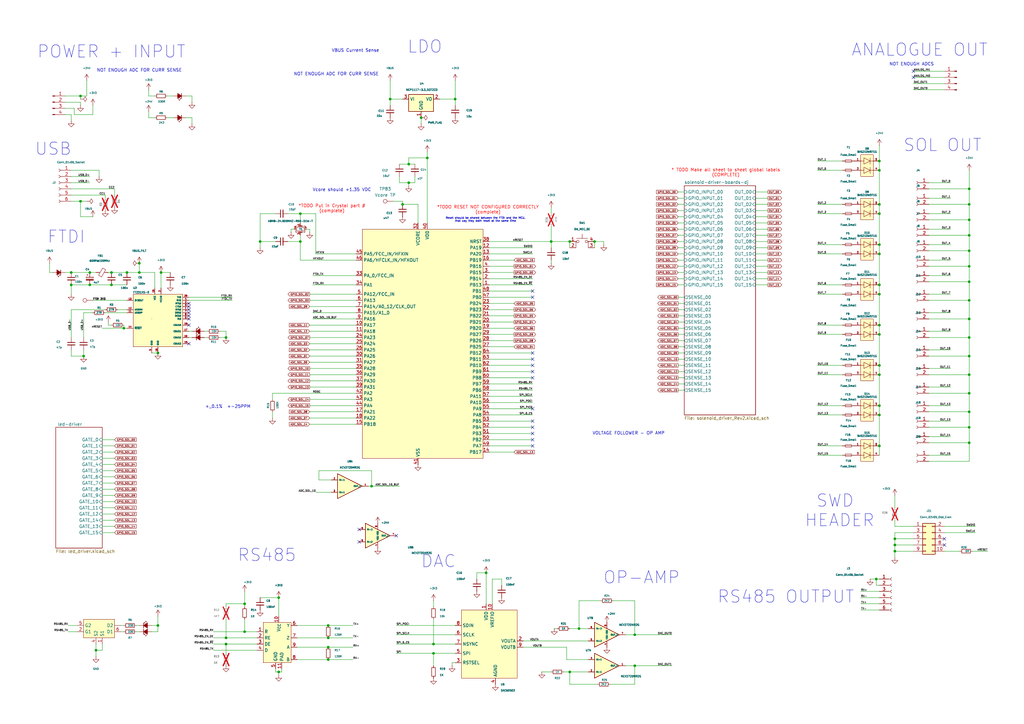
<source format=kicad_sch>
(kicad_sch (version 20250114) (generator "eeschema") (generator_version "9.0")
  (paper "A3")
  (text "POWER + INPUT\n" (at 45.72 21.336 0) (effects (font (size 5 5))))
  (text "+_0.1%  +-25PPM" (at 93.472 166.878 0) (effects (font (size 1.27 1.27))))
  (text "ANALOGUE OUT\n" (at 377.19 20.574 0) (effects (font (size 5 5))))
  (text "Reset should be shared between the FTDI and the MCU,\nthat way they both reset at the same time" (at 199.136 90.17 0) (effects (font (size 0.762 0.762))))
  (text "SOL OUT\n" (at 386.588 59.69 0) (effects (font (size 5 5))))
  (text "* TODO Make all sheet to sheet global labels\n(COMPLETE)" (at 297.688 70.866 0) (effects (font (size 1.27 1.27))))
  (text "NOT ENOUGH ADC FOR CURR SENSE" (at 137.922 30.48 0) (effects (font (size 1.27 1.27))))
  (text "VOLTAGE FOLLOWER - OP AMP" (at 257.81 177.8 0) (effects (font (size 1.27 1.27))))
  (text "*TODO Put in Crystal part #\n(complete)" (at 136.144 85.598 0) (effects (font (size 1.27 1.27))))
  (text "NOT ENOUGH ADC FOR CURR SENSE" (at 57.15 28.956 0) (effects (font (size 1.27 1.27))))
  (text "LDO\n" (at 174.244 19.304 0) (effects (font (size 5 5))))
  (text "FTDI\n" (at 27.178 97.282 0) (effects (font (size 5 5))))
  (text "USB\n" (at 21.844 61.214 0) (effects (font (size 5 5))))
  (text "RS485 OUTPUT\n\n" (at 322.326 248.92 0) (effects (font (size 5 5))))
  (text "SWD \nHEADER\n" (at 344.424 209.55 0) (effects (font (size 5 5))))
  (text "RS485\n" (at 109.474 227.838 0) (effects (font (size 5 5))))
  (text "DAC\n" (at 179.832 230.378 0) (effects (font (size 5 5))))
  (text "OP-AMP\n\n" (at 263.144 241.046 0) (effects (font (size 5 5))))
  (text "VBUS Current Sense" (at 145.796 20.828 0) (effects (font (size 1.27 1.27))))
  (text "Vcore should +1.35 VDC" (at 140.208 77.978 0) (effects (font (size 1.27 1.27))))
  (text "NOT ENOUGH ADCS" (at 373.888 26.416 0) (effects (font (size 1.27 1.27))))
  (text "*TODO RESET NOT CONFIGURED CORRECTLY\n(complete)" (at 200.152 86.106 0) (effects (font (size 1.27 1.27))))
  (junction (at 172.72 48.26))
  (junction (at 29.21 111.76))
  (junction (at 123.19 99.06))
  (junction (at 186.69 40.64))
  (junction (at 50.8 134.62))
  (junction (at 397.51 109.22))
  (junction (at 64.77 144.78))
  (junction (at 243.84 99.06))
  (junction (at 397.51 115.57))
  (junction (at 123.19 87.63))
  (junction (at 57.15 107.95))
  (junction (at 397.51 77.47))
  (junction (at 134.62 261.62))
  (junction (at 360.68 69.85))
  (junction (at 360.68 116.84))
  (junction (at 397.51 90.17))
  (junction (at 177.8 264.16))
  (junction (at 233.68 275.59))
  (junction (at 397.51 83.82))
  (junction (at 397.51 123.19))
  (junction (at 397.51 161.29))
  (junction (at 92.71 261.62))
  (junction (at 52.07 111.76))
  (junction (at 397.51 168.91))
  (junction (at 134.62 256.54))
  (junction (at 360.68 100.33))
  (junction (at 92.71 264.16))
  (junction (at 100.33 247.65))
  (junction (at 199.39 234.95))
  (junction (at 152.4 199.39))
  (junction (at 360.68 66.04))
  (junction (at 92.71 138.43))
  (junction (at 64.77 256.54))
  (junction (at 360.68 83.82))
  (junction (at 177.8 267.97))
  (junction (at 165.1 83.82))
  (junction (at 367.03 220.98))
  (junction (at 226.06 99.06))
  (junction (at 367.03 223.52))
  (junction (at 134.62 265.43))
  (junction (at 360.68 166.37))
  (junction (at 260.35 260.35))
  (junction (at 57.15 111.76))
  (junction (at 39.37 266.7))
  (junction (at 34.29 146.05))
  (junction (at 167.64 74.93))
  (junction (at 114.3 275.59))
  (junction (at 134.62 270.51))
  (junction (at 260.35 273.05))
  (junction (at 160.02 40.64))
  (junction (at 360.68 133.35))
  (junction (at 360.68 149.86))
  (junction (at 397.51 130.81))
  (junction (at 237.49 257.81))
  (junction (at 360.68 182.88))
  (junction (at 45.72 116.84))
  (junction (at 360.68 170.18))
  (junction (at 360.68 137.16))
  (junction (at 36.83 111.76))
  (junction (at 397.51 102.87))
  (junction (at 359.41 237.49))
  (junction (at 360.68 120.65))
  (junction (at 360.68 153.67))
  (junction (at 397.51 175.26))
  (junction (at 397.51 138.43))
  (junction (at 397.51 181.61))
  (junction (at 106.68 99.06))
  (junction (at 397.51 153.67))
  (junction (at 45.72 111.76))
  (junction (at 360.68 87.63))
  (junction (at 175.26 64.77))
  (junction (at 233.68 99.06))
  (junction (at 167.64 67.31))
  (junction (at 360.68 104.14))
  (junction (at 397.51 146.05))
  (junction (at 66.04 111.76))
  (junction (at 29.21 116.84))
  (junction (at 367.03 226.06))
  (junction (at 36.83 116.84))
  (junction (at 397.51 96.52))
  (junction (at 33.02 39.37))
  (junction (at 33.02 82.55))
  (junction (at 114.3 245.11))
  (junction (at 100.33 259.08))
  (no_connect (at 218.44 172.72))
  (no_connect (at 147.32 222.25))
  (no_connect (at 387.35 223.52))
  (no_connect (at 77.47 127))
  (no_connect (at 218.44 152.4))
  (no_connect (at 77.47 129.54))
  (no_connect (at 218.44 144.78))
  (no_connect (at 387.35 220.98))
  (no_connect (at 77.47 130.81))
  (no_connect (at 77.47 140.97))
  (no_connect (at 218.44 167.64))
  (no_connect (at 218.44 121.92))
  (no_connect (at 374.65 31.75))
  (no_connect (at 218.44 175.26))
  (no_connect (at 218.44 177.8))
  (no_connect (at 77.47 124.46))
  (no_connect (at 77.47 125.73))
  (no_connect (at 218.44 149.86))
  (no_connect (at 218.44 119.38))
  (no_connect (at 218.44 182.88))
  (no_connect (at 77.47 128.27))
  (no_connect (at 218.44 180.34))
  (no_connect (at 162.56 219.71))
  (no_connect (at 218.44 147.32))
  (no_connect (at 218.44 154.94))
  (no_connect (at 374.65 29.21))
  (no_connect (at 77.47 133.35))
  (no_connect (at 147.32 217.17))
  (wire (pts (xy 130.81 193.04) (xy 152.4 193.04)))
  (wire (pts (xy 115.57 275.59) (xy 114.3 275.59)))
  (wire (pts (xy 106.68 245.11) (xy 114.3 245.11)))
  (wire (pts (xy 397.51 115.57) (xy 397.51 123.19)))
  (wire (pts (xy 335.28 120.65) (xy 345.44 120.65)))
  (wire (pts (xy 30.48 46.99) (xy 38.1 46.99)))
  (wire (pts (xy 78.74 48.26) (xy 78.74 50.8)))
  (wire (pts (xy 100.33 254) (xy 100.33 259.08)))
  (wire (pts (xy 163.83 74.93) (xy 167.64 74.93)))
  (wire (pts (xy 68.58 48.26) (xy 71.12 48.26)))
  (wire (pts (xy 278.13 147.32) (xy 280.67 147.32)))
  (wire (pts (xy 121.92 270.51) (xy 134.62 270.51)))
  (wire (pts (xy 278.13 152.4) (xy 280.67 152.4)))
  (wire (pts (xy 127 148.59) (xy 146.05 148.59)))
  (wire (pts (xy 278.13 139.7) (xy 280.67 139.7)))
  (wire (pts (xy 360.68 104.14) (xy 360.68 116.84)))
  (wire (pts (xy 237.49 246.38) (xy 246.38 246.38)))
  (wire (pts (xy 359.41 240.03) (xy 359.41 237.49)))
  (wire (pts (xy 114.3 275.59) (xy 114.3 276.86)))
  (wire (pts (xy 374.65 31.75) (xy 387.35 31.75)))
  (wire (pts (xy 233.68 275.59) (xy 233.68 280.67)))
  (wire (pts (xy 177.8 246.38) (xy 177.8 248.92)))
  (wire (pts (xy 200.66 116.84) (xy 218.44 116.84)))
  (wire (pts (xy 29.21 116.84) (xy 29.21 120.65)))
  (wire (pts (xy 397.51 175.26) (xy 397.51 181.61)))
  (wire (pts (xy 381 83.82) (xy 397.51 83.82)))
  (wire (pts (xy 314.96 91.44) (xy 309.88 91.44)))
  (wire (pts (xy 200.66 139.7) (xy 210.82 139.7)))
  (wire (pts (xy 34.29 143.51) (xy 34.29 146.05)))
  (wire (pts (xy 60.96 36.83) (xy 60.96 39.37)))
  (wire (pts (xy 45.72 111.76) (xy 52.07 111.76)))
  (wire (pts (xy 175.26 62.23) (xy 175.26 64.77)))
  (wire (pts (xy 381 130.81) (xy 397.51 130.81)))
  (wire (pts (xy 233.68 275.59) (xy 241.3 275.59)))
  (wire (pts (xy 233.68 257.81) (xy 237.49 257.81)))
  (wire (pts (xy 278.13 132.08) (xy 280.67 132.08)))
  (wire (pts (xy 134.62 256.54) (xy 144.78 256.54)))
  (wire (pts (xy 90.17 135.89) (xy 92.71 135.89)))
  (wire (pts (xy 29.21 46.99) (xy 29.21 49.53)))
  (wire (pts (xy 35.56 33.02) (xy 35.56 39.37)))
  (wire (pts (xy 260.35 273.05) (xy 275.59 273.05)))
  (wire (pts (xy 200.66 101.6) (xy 218.44 101.6)))
  (wire (pts (xy 123.19 99.06) (xy 123.19 106.68)))
  (wire (pts (xy 92.71 254) (xy 92.71 261.62)))
  (wire (pts (xy 353.06 245.11) (xy 360.68 245.11)))
  (wire (pts (xy 27.94 259.08) (xy 31.75 259.08)))
  (wire (pts (xy 314.96 93.98) (xy 309.88 93.98)))
  (wire (pts (xy 167.64 67.31) (xy 170.18 67.31)))
  (wire (pts (xy 46.99 182.88) (xy 41.91 182.88)))
  (wire (pts (xy 20.32 107.95) (xy 20.32 111.76)))
  (wire (pts (xy 278.13 127) (xy 280.67 127)))
  (wire (pts (xy 163.83 67.31) (xy 167.64 67.31)))
  (wire (pts (xy 278.13 160.02) (xy 280.67 160.02)))
  (wire (pts (xy 127 173.99) (xy 146.05 173.99)))
  (wire (pts (xy 381 113.03) (xy 389.89 113.03)))
  (wire (pts (xy 77.47 123.19) (xy 95.25 123.19)))
  (wire (pts (xy 226.06 85.09) (xy 226.06 87.63)))
  (wire (pts (xy 33.02 82.55) (xy 35.56 82.55)))
  (wire (pts (xy 367.03 203.2) (xy 367.03 208.28)))
  (wire (pts (xy 33.02 39.37) (xy 33.02 40.64)))
  (wire (pts (xy 200.66 142.24) (xy 210.82 142.24)))
  (wire (pts (xy 167.64 74.93) (xy 170.18 74.93)))
  (wire (pts (xy 162.56 264.16) (xy 177.8 264.16)))
  (wire (pts (xy 398.78 226.06) (xy 405.13 226.06)))
  (wire (pts (xy 160.02 33.02) (xy 160.02 40.64)))
  (wire (pts (xy 44.45 132.08) (xy 44.45 133.35)))
  (wire (pts (xy 397.51 146.05) (xy 397.51 153.67)))
  (wire (pts (xy 335.28 133.35) (xy 345.44 133.35)))
  (wire (pts (xy 127 166.37) (xy 146.05 166.37)))
  (wire (pts (xy 128.27 130.81) (xy 146.05 130.81)))
  (wire (pts (xy 127 163.83) (xy 146.05 163.83)))
  (wire (pts (xy 135.89 196.85) (xy 130.81 196.85)))
  (wire (pts (xy 335.28 153.67) (xy 345.44 153.67)))
  (wire (pts (xy 167.64 64.77) (xy 167.64 67.31)))
  (wire (pts (xy 360.68 137.16) (xy 360.68 149.86)))
  (wire (pts (xy 335.28 137.16) (xy 345.44 137.16)))
  (wire (pts (xy 381 123.19) (xy 397.51 123.19)))
  (wire (pts (xy 46.99 200.66) (xy 41.91 200.66)))
  (wire (pts (xy 200.66 152.4) (xy 218.44 152.4)))
  (wire (pts (xy 381 175.26) (xy 397.51 175.26)))
  (wire (pts (xy 397.51 69.85) (xy 397.51 77.47)))
  (wire (pts (xy 121.92 261.62) (xy 134.62 261.62)))
  (wire (pts (xy 360.68 166.37) (xy 360.68 170.18)))
  (wire (pts (xy 381 146.05) (xy 397.51 146.05)))
  (wire (pts (xy 186.69 33.02) (xy 186.69 40.64)))
  (wire (pts (xy 314.96 101.6) (xy 309.88 101.6)))
  (wire (pts (xy 278.13 93.98) (xy 280.67 93.98)))
  (wire (pts (xy 335.28 100.33) (xy 345.44 100.33)))
  (wire (pts (xy 127 153.67) (xy 146.05 153.67)))
  (wire (pts (xy 100.33 247.65) (xy 100.33 248.92)))
  (wire (pts (xy 278.13 83.82) (xy 280.67 83.82)))
  (wire (pts (xy 278.13 154.94) (xy 280.67 154.94)))
  (wire (pts (xy 381 143.51) (xy 389.89 143.51)))
  (wire (pts (xy 278.13 114.3) (xy 280.67 114.3)))
  (wire (pts (xy 129.54 104.14) (xy 129.54 87.63)))
  (wire (pts (xy 381 135.89) (xy 389.89 135.89)))
  (wire (pts (xy 175.26 64.77) (xy 175.26 91.44)))
  (wire (pts (xy 55.88 259.08) (xy 57.15 259.08)))
  (wire (pts (xy 381 93.98) (xy 389.89 93.98)))
  (wire (pts (xy 63.5 118.11) (xy 63.5 111.76)))
  (wire (pts (xy 381 81.28) (xy 389.89 81.28)))
  (wire (pts (xy 33.02 41.91) (xy 33.02 43.18)))
  (wire (pts (xy 77.47 135.89) (xy 78.74 135.89)))
  (wire (pts (xy 360.68 69.85) (xy 360.68 83.82)))
  (wire (pts (xy 353.06 250.19) (xy 360.68 250.19)))
  (wire (pts (xy 231.14 275.59) (xy 233.68 275.59)))
  (wire (pts (xy 186.69 40.64) (xy 186.69 43.18)))
  (wire (pts (xy 152.4 193.04) (xy 152.4 199.39)))
  (wire (pts (xy 335.28 104.14) (xy 345.44 104.14)))
  (wire (pts (xy 57.15 107.95) (xy 57.15 111.76)))
  (wire (pts (xy 381 179.07) (xy 389.89 179.07)))
  (wire (pts (xy 250.19 280.67) (xy 260.35 280.67)))
  (wire (pts (xy 46.99 203.2) (xy 41.91 203.2)))
  (wire (pts (xy 127 120.65) (xy 146.05 120.65)))
  (wire (pts (xy 397.51 102.87) (xy 397.51 109.22)))
  (wire (pts (xy 78.74 39.37) (xy 78.74 41.91)))
  (wire (pts (xy 29.21 69.85) (xy 40.64 69.85)))
  (wire (pts (xy 100.33 259.08) (xy 105.41 259.08)))
  (wire (pts (xy 278.13 104.14) (xy 280.67 104.14)))
  (wire (pts (xy 335.28 83.82) (xy 345.44 83.82)))
  (wire (pts (xy 36.83 74.93) (xy 29.21 74.93)))
  (wire (pts (xy 381 189.23) (xy 397.51 189.23)))
  (wire (pts (xy 381 115.57) (xy 397.51 115.57)))
  (wire (pts (xy 50.8 134.62) (xy 52.07 134.62)))
  (wire (pts (xy 200.66 114.3) (xy 218.44 114.3)))
  (wire (pts (xy 177.8 264.16) (xy 186.69 264.16)))
  (wire (pts (xy 127 168.91) (xy 146.05 168.91)))
  (wire (pts (xy 26.67 39.37) (xy 33.02 39.37)))
  (wire (pts (xy 92.71 261.62) (xy 105.41 261.62)))
  (wire (pts (xy 251.46 246.38) (xy 260.35 246.38)))
  (wire (pts (xy 200.66 119.38) (xy 218.44 119.38)))
  (wire (pts (xy 205.74 237.49) (xy 205.74 240.03)))
  (wire (pts (xy 397.51 77.47) (xy 397.51 83.82)))
  (wire (pts (xy 123.19 99.06) (xy 118.11 99.06)))
  (wire (pts (xy 260.35 260.35) (xy 275.59 260.35)))
  (wire (pts (xy 195.58 234.95) (xy 195.58 237.49)))
  (wire (pts (xy 278.13 109.22) (xy 280.67 109.22)))
  (wire (pts (xy 87.63 261.62) (xy 92.71 261.62)))
  (wire (pts (xy 29.21 146.05) (xy 34.29 146.05)))
  (wire (pts (xy 115.57 274.32) (xy 115.57 275.59)))
  (wire (pts (xy 367.03 223.52) (xy 367.03 226.06)))
  (wire (pts (xy 200.66 162.56) (xy 218.44 162.56)))
  (wire (pts (xy 278.13 121.92) (xy 280.67 121.92)))
  (wire (pts (xy 335.28 170.18) (xy 345.44 170.18)))
  (wire (pts (xy 77.47 121.92) (xy 95.25 121.92)))
  (wire (pts (xy 233.68 99.06) (xy 233.68 101.6)))
  (wire (pts (xy 200.66 124.46) (xy 210.82 124.46)))
  (wire (pts (xy 397.51 96.52) (xy 397.51 102.87)))
  (wire (pts (xy 314.96 78.74) (xy 309.88 78.74)))
  (wire (pts (xy 314.96 109.22) (xy 309.88 109.22)))
  (wire (pts (xy 46.99 195.58) (xy 41.91 195.58)))
  (wire (pts (xy 226.06 92.71) (xy 226.06 99.06)))
  (wire (pts (xy 66.04 111.76) (xy 66.04 118.11)))
  (wire (pts (xy 199.39 234.95) (xy 199.39 247.65)))
  (wire (pts (xy 381 186.69) (xy 389.89 186.69)))
  (wire (pts (xy 360.68 100.33) (xy 360.68 104.14)))
  (wire (pts (xy 359.41 237.49) (xy 360.68 237.49)))
  (wire (pts (xy 360.68 133.35) (xy 360.68 137.16)))
  (wire (pts (xy 36.83 116.84) (xy 45.72 116.84)))
  (wire (pts (xy 200.66 157.48) (xy 218.44 157.48)))
  (wire (pts (xy 128.27 128.27) (xy 146.05 128.27)))
  (wire (pts (xy 397.51 83.82) (xy 397.51 90.17)))
  (wire (pts (xy 46.99 198.12) (xy 41.91 198.12)))
  (wire (pts (xy 127 156.21) (xy 146.05 156.21)))
  (wire (pts (xy 36.83 111.76) (xy 39.37 111.76)))
  (wire (pts (xy 125.73 93.98) (xy 127 93.98)))
  (wire (pts (xy 111.76 161.29) (xy 146.05 161.29)))
  (wire (pts (xy 278.13 129.54) (xy 280.67 129.54)))
  (wire (pts (xy 26.67 41.91) (xy 33.02 41.91)))
  (wire (pts (xy 381 168.91) (xy 397.51 168.91)))
  (wire (pts (xy 26.67 111.76) (xy 29.21 111.76)))
  (wire (pts (xy 127 138.43) (xy 146.05 138.43)))
  (wire (pts (xy 381 120.65) (xy 389.89 120.65)))
  (wire (pts (xy 64.77 256.54) (xy 64.77 259.08)))
  (wire (pts (xy 237.49 257.81) (xy 237.49 246.38)))
  (wire (pts (xy 200.66 167.64) (xy 218.44 167.64)))
  (wire (pts (xy 200.66 111.76) (xy 210.82 111.76)))
  (wire (pts (xy 200.66 172.72) (xy 218.44 172.72)))
  (wire (pts (xy 200.66 160.02) (xy 218.44 160.02)))
  (wire (pts (xy 33.02 88.9) (xy 38.1 88.9)))
  (wire (pts (xy 162.56 260.35) (xy 186.69 260.35)))
  (wire (pts (xy 278.13 88.9) (xy 280.67 88.9)))
  (wire (pts (xy 381 96.52) (xy 397.51 96.52)))
  (wire (pts (xy 200.66 99.06) (xy 226.06 99.06)))
  (wire (pts (xy 278.13 134.62) (xy 280.67 134.62)))
  (wire (pts (xy 237.49 257.81) (xy 241.3 257.81)))
  (wire (pts (xy 119.38 95.25) (xy 119.38 93.98)))
  (wire (pts (xy 111.76 168.91) (xy 111.76 171.45)))
  (wire (pts (xy 381 151.13) (xy 389.89 151.13)))
  (wire (pts (xy 127 133.35) (xy 146.05 133.35)))
  (wire (pts (xy 278.13 124.46) (xy 280.67 124.46)))
  (wire (pts (xy 374.65 29.21) (xy 387.35 29.21)))
  (wire (pts (xy 134.62 261.62) (xy 144.78 261.62)))
  (wire (pts (xy 134.62 265.43) (xy 144.78 265.43)))
  (wire (pts (xy 44.45 111.76) (xy 45.72 111.76)))
  (wire (pts (xy 222.25 275.59) (xy 226.06 275.59)))
  (wire (pts (xy 381 128.27) (xy 389.89 128.27)))
  (wire (pts (xy 381 87.63) (xy 389.89 87.63)))
  (wire (pts (xy 335.28 69.85) (xy 345.44 69.85)))
  (wire (pts (xy 335.28 116.84) (xy 345.44 116.84)))
  (wire (pts (xy 200.66 149.86) (xy 218.44 149.86)))
  (wire (pts (xy 381 166.37) (xy 389.89 166.37)))
  (wire (pts (xy 29.21 127) (xy 43.18 127)))
  (wire (pts (xy 278.13 99.06) (xy 280.67 99.06)))
  (wire (pts (xy 200.66 106.68) (xy 210.82 106.68)))
  (wire (pts (xy 360.68 240.03) (xy 359.41 240.03)))
  (wire (pts (xy 111.76 161.29) (xy 111.76 163.83)))
  (wire (pts (xy 381 90.17) (xy 397.51 90.17)))
  (wire (pts (xy 46.99 187.96) (xy 41.91 187.96)))
  (wire (pts (xy 367.03 220.98) (xy 374.65 220.98)))
  (wire (pts (xy 128.27 113.03) (xy 146.05 113.03)))
  (wire (pts (xy 200.66 170.18) (xy 218.44 170.18)))
  (wire (pts (xy 381 138.43) (xy 397.51 138.43)))
  (wire (pts (xy 201.93 237.49) (xy 201.93 247.65)))
  (wire (pts (xy 172.72 50.8) (xy 172.72 48.26)))
  (wire (pts (xy 46.99 185.42) (xy 41.91 185.42)))
  (wire (pts (xy 278.13 86.36) (xy 280.67 86.36)))
  (wire (pts (xy 278.13 137.16) (xy 280.67 137.16)))
  (wire (pts (xy 87.63 266.7) (xy 105.41 266.7)))
  (wire (pts (xy 34.29 128.27) (xy 38.1 128.27)))
  (wire (pts (xy 92.71 248.92) (xy 92.71 247.65)))
  (wire (pts (xy 52.07 111.76) (xy 57.15 111.76)))
  (wire (pts (xy 278.13 101.6) (xy 280.67 101.6)))
  (wire (pts (xy 200.66 104.14) (xy 218.44 104.14)))
  (wire (pts (xy 360.68 153.67) (xy 360.68 166.37)))
  (wire (pts (xy 227.33 257.81) (xy 228.6 257.81)))
  (wire (pts (xy 278.13 142.24) (xy 280.67 142.24)))
  (wire (pts (xy 127 93.98) (xy 127 95.25)))
  (wire (pts (xy 314.96 86.36) (xy 309.88 86.36)))
  (wire (pts (xy 374.65 36.83) (xy 387.35 36.83)))
  (wire (pts (xy 160.02 40.64) (xy 165.1 40.64)))
  (wire (pts (xy 177.8 254) (xy 177.8 264.16)))
  (wire (pts (xy 177.8 267.97) (xy 186.69 267.97)))
  (wire (pts (xy 43.18 128.27) (xy 52.07 128.27)))
  (wire (pts (xy 127 151.13) (xy 146.05 151.13)))
  (wire (pts (xy 121.92 265.43) (xy 134.62 265.43)))
  (wire (pts (xy 201.93 237.49) (xy 205.74 237.49)))
  (wire (pts (xy 200.66 137.16) (xy 210.82 137.16)))
  (wire (pts (xy 381 172.72) (xy 389.89 172.72)))
  (wire (pts (xy 127 143.51) (xy 146.05 143.51)))
  (wire (pts (xy 367.03 223.52) (xy 374.65 223.52)))
  (wire (pts (xy 314.96 96.52) (xy 309.88 96.52)))
  (wire (pts (xy 367.03 226.06) (xy 367.03 228.6)))
  (wire (pts (xy 134.62 270.51) (xy 144.78 270.51)))
  (wire (pts (xy 381 106.68) (xy 389.89 106.68)))
  (wire (pts (xy 356.87 237.49) (xy 359.41 237.49)))
  (wire (pts (xy 360.68 66.04) (xy 360.68 69.85)))
  (wire (pts (xy 62.23 259.08) (xy 64.77 259.08)))
  (wire (pts (xy 200.66 109.22) (xy 210.82 109.22)))
  (wire (pts (xy 360.68 116.84) (xy 360.68 120.65)))
  (wire (pts (xy 29.21 77.47) (xy 46.99 77.47)))
  (wire (pts (xy 167.64 74.93) (xy 167.64 76.2)))
  (wire (pts (xy 36.83 72.39) (xy 29.21 72.39)))
  (wire (pts (xy 278.13 149.86) (xy 280.67 149.86)))
  (wire (pts (xy 335.28 166.37) (xy 345.44 166.37)))
  (wire (pts (xy 39.37 264.16) (xy 39.37 266.7)))
  (wire (pts (xy 29.21 116.84) (xy 36.83 116.84)))
  (wire (pts (xy 161.29 82.55) (xy 165.1 82.55)))
  (wire (pts (xy 127 146.05) (xy 146.05 146.05)))
  (wire (pts (xy 200.66 129.54) (xy 210.82 129.54)))
  (wire (pts (xy 397.51 153.67) (xy 397.51 161.29)))
  (wire (pts (xy 381 74.93) (xy 389.89 74.93)))
  (wire (pts (xy 152.4 199.39) (xy 151.13 199.39)))
  (wire (pts (xy 165.1 82.55) (xy 165.1 83.82)))
  (wire (pts (xy 200.66 182.88) (xy 218.44 182.88)))
  (wire (pts (xy 29.21 82.55) (xy 33.02 82.55)))
  (wire (pts (xy 113.03 87.63) (xy 106.68 87.63)))
  (wire (pts (xy 278.13 144.78) (xy 280.67 144.78)))
  (wire (pts (xy 335.28 149.86) (xy 345.44 149.86)))
  (wire (pts (xy 46.99 213.36) (xy 41.91 213.36)))
  (wire (pts (xy 33.02 39.37) (xy 35.56 39.37)))
  (wire (pts (xy 387.35 218.44) (xy 400.05 218.44)))
  (wire (pts (xy 45.72 116.84) (xy 52.07 116.84)))
  (wire (pts (xy 381 158.75) (xy 389.89 158.75)))
  (wire (pts (xy 92.71 264.16) (xy 92.71 267.97)))
  (wire (pts (xy 314.96 81.28) (xy 309.88 81.28)))
  (wire (pts (xy 367.03 213.36) (xy 367.03 215.9)))
  (wire (pts (xy 214.63 262.89) (xy 241.3 262.89)))
  (wire (pts (xy 397.51 130.81) (xy 397.51 138.43)))
  (wire (pts (xy 278.13 78.74) (xy 280.67 78.74)))
  (wire (pts (xy 278.13 81.28) (xy 280.67 81.28)))
  (wire (pts (xy 123.19 87.63) (xy 118.11 87.63)))
  (wire (pts (xy 29.21 80.01) (xy 43.18 80.01)))
  (wire (pts (xy 360.68 170.18) (xy 360.68 182.88)))
  (wire (pts (xy 278.13 157.48) (xy 280.67 157.48)))
  (wire (pts (xy 38.1 43.18) (xy 38.1 46.99)))
  (wire (pts (xy 21.59 111.76) (xy 20.32 111.76)))
  (wire (pts (xy 50.8 133.35) (xy 50.8 134.62)))
  (wire (pts (xy 314.96 104.14) (xy 309.88 104.14)))
  (wire (pts (xy 314.96 106.68) (xy 309.88 106.68)))
  (wire (pts (xy 63.5 48.26) (xy 60.96 48.26)))
  (wire (pts (xy 26.67 46.99) (xy 29.21 46.99)))
  (wire (pts (xy 180.34 40.64) (xy 186.69 40.64)))
  (wire (pts (xy 26.67 44.45) (xy 30.48 44.45)))
  (wire (pts (xy 397.51 109.22) (xy 397.51 115.57)))
  (wire (pts (xy 314.96 99.06) (xy 309.88 99.06)))
  (wire (pts (xy 367.03 215.9) (xy 374.65 215.9)))
  (wire (pts (xy 76.2 48.26) (xy 78.74 48.26)))
  (wire (pts (xy 200.66 175.26) (xy 218.44 175.26)))
  (wire (pts (xy 314.96 83.82) (xy 309.88 83.82)))
  (wire (pts (xy 77.47 138.43) (xy 78.74 138.43)))
  (wire (pts (xy 46.99 215.9) (xy 41.91 215.9)))
  (wire (pts (xy 129.54 104.14) (xy 146.05 104.14)))
  (wire (pts (xy 106.68 99.06) (xy 106.68 101.6)))
  (wire (pts (xy 278.13 106.68) (xy 280.67 106.68)))
  (wire (pts (xy 162.56 267.97) (xy 177.8 267.97)))
  (wire (pts (xy 163.83 72.39) (xy 163.83 74.93)))
  (wire (pts (xy 49.53 259.08) (xy 50.8 259.08)))
  (wire (pts (xy 100.33 242.57) (xy 100.33 247.65)))
  (wire (pts (xy 200.66 121.92) (xy 218.44 121.92)))
  (wire (pts (xy 360.68 87.63) (xy 360.68 100.33)))
  (wire (pts (xy 335.28 87.63) (xy 345.44 87.63)))
  (wire (pts (xy 90.17 138.43) (xy 92.71 138.43)))
  (wire (pts (xy 68.58 39.37) (xy 71.12 39.37)))
  (wire (pts (xy 381 153.67) (xy 397.51 153.67)))
  (wire (pts (xy 199.39 234.95) (xy 195.58 234.95)))
  (wire (pts (xy 232.41 265.43) (xy 232.41 270.51)))
  (wire (pts (xy 278.13 91.44) (xy 280.67 91.44)))
  (wire (pts (xy 397.51 123.19) (xy 397.51 130.81)))
  (wire (pts (xy 247.65 100.33) (xy 247.65 99.06)))
  (wire (pts (xy 92.71 247.65) (xy 100.33 247.65)))
  (wire (pts (xy 64.77 252.73) (xy 64.77 256.54)))
  (wire (pts (xy 335.28 186.69) (xy 345.44 186.69)))
  (wire (pts (xy 48.26 127) (xy 52.07 127)))
  (wire (pts (xy 46.99 190.5) (xy 41.91 190.5)))
  (wire (pts (xy 49.53 256.54) (xy 50.8 256.54)))
  (wire (pts (xy 397.51 138.43) (xy 397.51 146.05)))
  (wire (pts (xy 200.66 127) (xy 210.82 127)))
  (wire (pts (xy 123.19 87.63) (xy 123.19 91.44)))
  (wire (pts (xy 233.68 280.67) (xy 245.11 280.67)))
  (wire (pts (xy 200.66 134.62) (xy 210.82 134.62)))
  (wire (pts (xy 38.1 123.19) (xy 52.07 123.19)))
  (wire (pts (xy 353.06 242.57) (xy 360.68 242.57)))
  (wire (pts (xy 367.03 220.98) (xy 367.03 223.52)))
  (wire (pts (xy 83.82 138.43) (xy 85.09 138.43)))
  (wire (pts (xy 374.65 34.29) (xy 387.35 34.29)))
  (wire (pts (xy 367.03 226.06) (xy 374.65 226.06)))
  (wire (pts (xy 127 123.19) (xy 146.05 123.19)))
  (wire (pts (xy 123.19 106.68) (xy 146.05 106.68)))
  (wire (pts (xy 170.18 72.39) (xy 170.18 74.93)))
  (wire (pts (xy 200.66 177.8) (xy 218.44 177.8)))
  (wire (pts (xy 200.66 144.78) (xy 218.44 144.78)))
  (wire (pts (xy 119.38 93.98) (xy 120.65 93.98)))
  (wire (pts (xy 27.94 256.54) (xy 31.75 256.54)))
  (wire (pts (xy 200.66 132.08) (xy 210.82 132.08)))
  (wire (pts (xy 232.41 270.51) (xy 241.3 270.51)))
  (wire (pts (xy 87.63 264.16) (xy 92.71 264.16)))
  (wire (pts (xy 113.03 275.59) (xy 114.3 275.59)))
  (wire (pts (xy 381 109.22) (xy 397.51 109.22)))
  (wire (pts (xy 278.13 116.84) (xy 280.67 116.84)))
  (wire (pts (xy 34.29 128.27) (xy 34.29 138.43)))
  (wire (pts (xy 256.54 273.05) (xy 260.35 273.05)))
  (wire (pts (xy 185.42 271.78) (xy 186.69 271.78)))
  (wire (pts (xy 45.72 133.35) (xy 44.45 133.35)))
  (wire (pts (xy 46.99 218.44) (xy 41.91 218.44)))
  (wire (pts (xy 129.54 87.63) (xy 123.19 87.63)))
  (wire (pts (xy 46.99 77.47) (xy 46.99 80.01)))
  (wire (pts (xy 256.54 260.35) (xy 260.35 260.35)))
  (wire (pts (xy 214.63 265.43) (xy 232.41 265.43)))
  (wire (pts (xy 247.65 99.06) (xy 243.84 99.06)))
  (wire (pts (xy 41.91 264.16) (xy 41.91 266.7)))
  (wire (pts (xy 171.45 91.44) (xy 171.45 83.82)))
  (wire (pts (xy 105.41 264.16) (xy 92.71 264.16)))
  (wire (pts (xy 123.19 96.52) (xy 123.19 99.06)))
  (wire (pts (xy 43.18 80.01) (xy 43.18 81.28)))
  (wire (pts (xy 314.96 116.84) (xy 309.88 116.84)))
  (wire (pts (xy 46.99 208.28) (xy 41.91 208.28)))
  (wire (pts (xy 226.06 99.06) (xy 233.68 99.06)))
  (wire (pts (xy 226.06 106.68) (xy 226.06 107.95)))
  (wire (pts (xy 200.66 165.1) (xy 218.44 165.1)))
  (wire (pts (xy 46.99 205.74) (xy 41.91 205.74)))
  (wire (pts (xy 152.4 199.39) (xy 163.83 199.39)))
  (wire (pts (xy 314.96 111.76) (xy 309.88 111.76)))
  (wire (pts (xy 314.96 88.9) (xy 309.88 88.9)))
  (wire (pts (xy 60.96 45.72) (xy 60.96 48.26)))
  (wire (pts (xy 87.63 259.08) (xy 100.33 259.08)))
  (wire (pts (xy 92.71 135.89) (xy 92.71 138.43)))
  (wire (pts (xy 46.99 193.04) (xy 41.91 193.04)))
  (wire (pts (xy 57.15 111.76) (xy 63.5 111.76)))
  (wire (pts (xy 29.21 111.76) (xy 36.83 111.76)))
  (wire (pts (xy 106.68 99.06) (xy 113.03 99.06)))
  (wire (pts (xy 397.51 90.17) (xy 397.51 96.52)))
  (wire (pts (xy 29.21 143.51) (xy 29.21 146.05)))
  (wire (pts (xy 381 161.29) (xy 397.51 161.29)))
  (wire (pts (xy 127 135.89) (xy 146.05 135.89)))
  (wire (pts (xy 114.3 245.11) (xy 114.3 252.73)))
  (wire (pts (xy 367.03 218.44) (xy 374.65 218.44)))
  (wire (pts (xy 30.48 44.45) (xy 30.48 46.99)))
  (wire (pts (xy 200.66 147.32) (xy 218.44 147.32)))
  (wire (pts (xy 162.56 256.54) (xy 186.69 256.54)))
  (wire (pts (xy 185.42 273.05) (xy 185.42 271.78)))
  (wire (pts (xy 360.68 59.69) (xy 360.68 66.04)))
  (wire (pts (xy 367.03 218.44) (xy 367.03 220.98)))
  (wire (pts (xy 177.8 273.05) (xy 177.8 267.97)))
  (wire (pts (xy 128.27 116.84) (xy 146.05 116.84)))
  (wire (pts (xy 397.51 161.29) (xy 397.51 168.91)))
  (wire (pts (xy 40.64 69.85) (xy 40.64 72.39)))
  (wire (pts (xy 397.51 181.61) (xy 397.51 189.23)))
  (wire (pts (xy 360.68 182.88) (xy 360.68 186.69)))
  (wire (pts (xy 62.23 144.78) (xy 64.77 144.78)))
  (wire (pts (xy 83.82 135.89) (xy 85.09 135.89)))
  (wire (pts (xy 63.5 39.37) (xy 60.96 39.37)))
  (wire (pts (xy 243.84 99.06) (xy 243.84 101.6)))
  (wire (pts (xy 129.54 201.93) (xy 135.89 201.93)))
  (wire (pts (xy 29.21 127) (xy 29.21 138.43)))
  (wire (pts (xy 113.03 274.32) (xy 113.03 275.59)))
  (wire (pts (xy 41.91 266.7) (xy 39.37 266.7)))
  (wire (pts (xy 387.35 215.9) (xy 400.05 215.9)))
  (wire (pts (xy 200.66 154.94) (xy 218.44 154.94)))
  (wire (pts (xy 66.04 111.76) (xy 69.85 111.76)))
  (wire (pts (xy 121.92 256.54) (xy 134.62 256.54)))
  (wire (pts (xy 127 158.75) (xy 146.05 158.75)))
  (wire (pts (xy 314.96 114.3) (xy 309.88 114.3)))
  (wire (pts (xy 130.81 196.85) (xy 130.81 193.04)))
  (wire (pts (xy 33.02 82.55) (xy 33.02 88.9)))
  (wire (pts (xy 360.68 149.86) (xy 360.68 153.67)))
  (wire (pts (xy 353.06 247.65) (xy 360.68 247.65)))
  (wire (pts (xy 260.35 246.38) (xy 260.35 260.35)))
  (wire (pts (xy 160.02 43.18) (xy 160.02 40.64)))
  (wire (pts (xy 381 100.33) (xy 389.89 100.33)))
  (wire (pts (xy 127 171.45) (xy 146.05 171.45)))
  (wire (pts (xy 335.28 182.88) (xy 345.44 182.88)))
  (wire (pts (xy 76.2 39.37) (xy 78.74 39.37)))
  (wire (pts (xy 165.1 83.82) (xy 171.45 83.82)))
  (wire (pts (xy 46.99 210.82) (xy 41.91 210.82)))
  (wire (pts (xy 175.26 64.77) (xy 167.64 64.77)))
  (wire (pts (xy 260.35 273.05) (xy 260.35 280.67)))
  (wire (pts (xy 200.66 180.34) (xy 218.44 180.34)))
  (wire (pts (xy 387.35 226.06) (xy 393.7 226.06)))
  (wire (pts (xy 278.13 96.52) (xy 280.67 96.52)))
  (wire (pts (xy 62.23 256.54) (xy 64.77 256.54)))
  (wire (pts (xy 200.66 185.42) (xy 210.82 185.42)))
  (wire (pts (xy 106.68 87.63) (xy 106.68 99.06)))
  (wire (pts (xy 381 77.47) (xy 397.51 77.47)))
  (wire (pts (xy 360.68 120.65) (xy 360.68 133.35)))
  (wire (pts (xy 360.68 83.82) (xy 360.68 87.63)))
  (wire (pts (xy 127 125.73) (xy 146.05 125.73)))
  (wire (pts (xy 335.28 66.04) (xy 345.44 66.04)))
  (wire (pts (xy 46.99 180.34) (xy 41.91 180.34)))
  (wire (pts (xy 41.91 134.62) (xy 50.8 134.62)))
  (wire (pts (xy 55.88 256.54) (xy 57.15 256.54)))
  (wire (pts (xy 397.51 168.91) (xy 397.51 175.26)))
  (wire (pts (xy 226.06 99.06) (xy 226.06 101.6)))
  (wire (pts (xy 381 102.87) (xy 397.51 102.87)))
  (wire (pts (xy 39.37 266.7) (xy 39.37 269.24)))
  (wire (pts (xy 381 181.61) (xy 397.51 181.61)))
  (wire (pts (xy 278.13 111.76) (xy 280.67 111.76)))
  (wire (pts (xy 127 140.97) (xy 146.05 140.97)))
  (label "OUT_12" (at 335.28 166.37 0) (effects (font (size 0.762 0.762))))
  (label "ADC_SOL_10_BUF" (at 128.27 130.81 0) (effects (font (size 0.762 0.762))))
  (label "SPI_SCLK" (at 218.44 162.56 180) (effects (font (size 0.762 0.762))))
  (label "OUT_3" (at 335.28 87.63 0) (effects (font (size 0.762 0.762))))
  (label "SPI" (at 162.56 267.97 0) (effects (font (size 0.762 0.762))))
  (label "ROSC" (at 128.27 161.29 0) (effects (font (size 0.762 0.762))))
  (label "DAC_OUT0" (at 275.59 260.35 180) (effects (font (size 0.762 0.762))))
  (label "SPI_PICO" (at 218.44 167.64 180) (effects (font (size 0.762 0.762))))
  (label "OUT_4" (at 389.89 100.33 180) (effects (font (size 0.762 0.762))))
  (label "OUT_0" (at 335.28 69.85 0) (effects (font (size 0.762 0.762))))
  (label "OUT_7" (at 389.89 120.65 180) (effects (font (size 0.762 0.762))))
  (label "OUT_0" (at 389.89 74.93 180) (effects (font (size 0.762 0.762))))
  (label "TX-" (at 144.78 261.62 0) (effects (font (size 0.762 0.762))))
  (label "OUT_6" (at 389.89 113.03 180) (effects (font (size 0.762 0.762))))
  (label "OUT_12" (at 389.89 158.75 180) (effects (font (size 0.762 0.762))))
  (label "RS485_EN_~{RE}" (at 87.63 264.16 180) (effects (font (size 0.762 0.762))))
  (label "DAC_0" (at 128.27 128.27 0) (effects (font (size 0.762 0.762))))
  (label "ADC_SOL_10_BUF" (at 163.83 199.39 180) (effects (font (size 0.762 0.762))))
  (label "OUT_13" (at 389.89 172.72 180) (effects (font (size 0.762 0.762))))
  (label "RS485_RX" (at 87.63 259.08 180) (effects (font (size 0.762 0.762))))
  (label "OUT_13" (at 335.28 170.18 0) (effects (font (size 0.762 0.762))))
  (label "OUT_9" (at 389.89 135.89 180) (effects (font (size 0.762 0.762))))
  (label "nRESET" (at 41.91 134.62 180) (effects (font (size 0.762 0.762))))
  (label "FTDI 3V3" (at 38.1 123.19 0) (effects (font (size 0.762 0.762))))
  (label "RS485_EN_DE" (at 87.63 261.62 180) (effects (font (size 0.762 0.762))))
  (label "OUT_5" (at 389.89 106.68 180) (effects (font (size 0.762 0.762))))
  (label "RX-" (at 144.78 270.51 0) (effects (font (size 0.762 0.762))))
  (label "SPI_POCI" (at 162.56 256.54 0) (effects (font (size 0.762 0.762))))
  (label "RX+" (at 144.78 265.43 0) (effects (font (size 0.762 0.762))))
  (label "OUT_14" (at 389.89 179.07 180) (effects (font (size 0.762 0.762))))
  (label "OUT_10" (at 389.89 143.51 180) (effects (font (size 0.762 0.762))))
  (label "DAC_OUT1" (at 374.65 34.29 0) (effects (font (size 0.762 0.762))))
  (label "TX-" (at 353.06 250.19 0) (effects (font (size 0.762 0.762))))
  (label "OUT_2" (at 389.89 87.63 180) (effects (font (size 0.762 0.762))))
  (label "FTDI 3V3" (at 38.1 123.19 0) (effects (font (size 0.762 0.762))))
  (label "OUT_5" (at 335.28 104.14 0) (effects (font (size 0.762 0.762))))
  (label "OUT_7" (at 335.28 120.65 0) (effects (font (size 0.762 0.762))))
  (label "OUT_10" (at 335.28 149.86 0) (effects (font (size 0.762 0.762))))
  (label "DAC_OUT0" (at 374.65 36.83 0) (effects (font (size 0.762 0.762))))
  (label "RX+" (at 353.06 242.57 0) (effects (font (size 0.762 0.762))))
  (label "OUT_15" (at 335.28 186.69 0) (effects (font (size 0.762 0.762))))
  (label "nRESET" (at 214.63 99.06 180) (effects (font (size 0.762 0.762))))
  (label "RS485_TX" (at 87.63 266.7 180) (effects (font (size 0.762 0.762))))
  (label "nRESET" (at 405.13 226.06 180) (effects (font (size 0.762 0.762))))
  (label "FTDI_RX" (at 95.25 121.92 180) (effects (font (size 0.762 0.762))))
  (label "SPI_POCI" (at 218.44 165.1 180) (effects (font (size 0.762 0.762))))
  (label "HFXOUT" (at 128.27 106.68 0) (effects (font (size 0.762 0.762))))
  (label "SWCLK" (at 400.05 218.44 180) (effects (font (size 0.762 0.762))))
  (label "OUT_4" (at 335.28 100.33 0) (effects (font (size 0.762 0.762))))
  (label "FTDI_TX" (at 128.27 113.03 0) (effects (font (size 0.762 0.762))))
  (label "OUT_14" (at 335.28 182.88 0) (effects (font (size 0.762 0.762))))
  (label "USB_D+" (at 36.83 72.39 180) (effects (font (size 0.762 0.762))))
  (label "CC1" (at 43.18 80.01 180) (effects (font (size 0.762 0.762))))
  (label "HFXIN" (at 129.54 104.14 0) (effects (font (size 0.762 0.762))))
  (label "FTDI_TX" (at 95.25 123.19 180) (effects (font (size 0.762 0.762))))
  (label "SPI_0_CS" (at 218.44 170.18 180) (effects (font (size 0.762 0.762))))
  (label "OUT_1" (at 335.28 66.04 0) (effects (font (size 0.762 0.762))))
  (label "ANALOG_IN0" (at 374.65 31.75 0) (effects (font (size 0.762 0.762))))
  (label "OUT_9" (at 335.28 137.16 0) (effects (font (size 0.762 0.762))))
  (label "DAC_OUT1" (at 275.59 273.05 180) (effects (font (size 0.762 0.762))))
  (label "OUT_8" (at 335.28 133.35 0) (effects (font (size 0.762 0.762))))
  (label "OUT_11" (at 389.89 151.13 180) (effects (font (size 0.762 0.762))))
  (label "RS485_RX" (at 27.94 256.54 180) (effects (font (size 0.762 0.762))))
  (label "SPI_SCLK" (at 162.56 260.35 0) (effects (font (size 0.762 0.762))))
  (label "SWDIO" (at 400.05 215.9 180) (effects (font (size 0.762 0.762))))
  (label "OUT_13" (at 389.89 166.37 180) (effects (font (size 0.762 0.762))))
  (label "RS485_EN_DE" (at 218.44 114.3 180) (effects (font (size 0.762 0.762))))
  (label "RS485_RX" (at 218.44 157.48 180) (effects (font (size 0.762 0.762))))
  (label "CC2" (at 46.99 77.47 180) (effects (font (size 0.762 0.762))))
  (label "OUT_8" (at 389.89 128.27 180) (effects (font (size 0.762 0.762))))
  (label "RS485_EN_~{RE}" (at 218.44 116.84 180) (effects (font (size 0.762 0.762))))
  (label "SWDIO" (at 218.44 101.6 180) (effects (font (size 0.762 0.762))))
  (label "TX+" (at 353.06 247.65 0) (effects (font (size 0.762 0.762))))
  (label "OUT_1" (at 389.89 81.28 180) (effects (font (size 0.762 0.762))))
  (label "RS485_TX" (at 218.44 160.02 180) (effects (font (size 0.762 0.762))))
  (label "SWCLK" (at 218.44 104.14 180) (effects (font (size 0.762 0.762))))
  (label "USB_D-" (at 29.21 130.81 270) (effects (font (size 0.762 0.762))))
  (label "RX-" (at 353.06 245.11 0) (effects (font (size 0.762 0.762))))
  (label "VOUTB" (at 222.25 265.43 180) (effects (font (size 0.762 0.762))))
  (label "ADC_SOL_10" (at 129.54 201.93 180) (effects (font (size 0.762 0.762))))
  (label "TX+" (at 144.78 256.54 0) (effects (font (size 0.762 0.762))))
  (label "SPI_0_CS" (at 162.56 264.16 0) (effects (font (size 0.762 0.762))))
  (label "USB_D-" (at 36.83 74.93 180) (effects (font (size 0.762 0.762))))
  (label "RS485_TX" (at 27.94 259.08 180) (effects (font (size 0.762 0.762))))
  (label "VOUTA" (at 220.98 262.89 180) (effects (font (size 0.762 0.762))))
  (label "OUT_3" (at 389.89 93.98 180) (effects (font (size 0.762 0.762))))
  (label "FTDI_RX" (at 128.27 116.84 0) (effects (font (size 0.762 0.762))))
  (label "USB_D+" (at 34.29 130.81 270) (effects (font (size 0.762 0.762))))
  (label "OUT_6" (at 335.28 116.84 0) (effects (font (size 0.762 0.762))))
  (label "OUT_15" (at 389.89 186.69 180) (effects (font (size 0.762 0.762))))
  (label "ANALOG_IN1" (at 374.65 29.21 0) (effects (font (size 0.762 0.762))))
  (label "OUT_11" (at 335.28 153.67 0) (effects (font (size 0.762 0.762))))
  (label "OUT_2" (at 335.28 83.82 0) (effects (font (size 0.762 0.762))))
  (global_label "GPIO_SOL_02" (shape input) (at 46.99 185.42 0) (effects (font (size 0.762 0.762))) (property "Intersheetrefs" "${INTERSHEET_REFS}" (effects (hide yes))))
  (global_label "OUT_03" (shape output) (at 314.96 86.36 0) (effects (font (size 0.762 0.762))) (property "Intersheetrefs" "${INTERSHEET_REFS}" (effects (hide yes))))
  (global_label "GPIO_SOL_02" (shape input) (at 278.13 83.82 180) (effects (font (size 0.762 0.762))) (property "Intersheetrefs" "${INTERSHEET_REFS}" (effects (hide yes))))
  (global_label "ADC_SOL_02" (shape output) (at 278.13 127 180) (effects (font (size 0.762 0.762))) (property "Intersheetrefs" "${INTERSHEET_REFS}" (effects (hide yes))))
  (global_label "GPIO_SOL_14" (shape input) (at 46.99 215.9 0) (effects (font (size 0.762 0.762))) (property "Intersheetrefs" "${INTERSHEET_REFS}" (effects (hide yes))))
  (global_label "ADC_SOL_07" (shape input) (at 127 171.45 180) (effects (font (size 0.762 0.762))) (property "Intersheetrefs" "${INTERSHEET_REFS}" (effects (hide yes))))
  (global_label "GPIO_SOL_13" (shape input) (at 278.13 111.76 180) (effects (font (size 0.762 0.762))) (property "Intersheetrefs" "${INTERSHEET_REFS}" (effects (hide yes))))
  (global_label "GPIO_SOL_00" (shape input) (at 46.99 180.34 0) (effects (font (size 0.762 0.762))) (property "Intersheetrefs" "${INTERSHEET_REFS}" (effects (hide yes))))
  (global_label "ADC_SOL_04" (shape input) (at 210.82 142.24 0) (effects (font (size 0.762 0.762))) (property "Intersheetrefs" "${INTERSHEET_REFS}" (effects (hide yes))))
  (global_label "GPIO_SOL_10" (shape output) (at 127 151.13 180) (effects (font (size 0.762 0.762))) (property "Intersheetrefs" "${INTERSHEET_REFS}" (effects (hide yes))))
  (global_label "ADC_SOL_13" (shape output) (at 278.13 154.94 180) (effects (font (size 0.762 0.762))) (property "Intersheetrefs" "${INTERSHEET_REFS}" (effects (hide yes))))
  (global_label "OUT_14" (shape output) (at 314.96 114.3 0) (effects (font (size 0.762 0.762))) (property "Intersheetrefs" "${INTERSHEET_REFS}" (effects (hide yes))))
  (global_label "ADC_SOL_03" (shape output) (at 278.13 129.54 180) (effects (font (size 0.762 0.762))) (property "Intersheetrefs" "${INTERSHEET_REFS}" (effects (hide yes))))
  (global_label "GPIO_SOL_06" (shape output) (at 210.82 127 0) (effects (font (size 0.762 0.762))) (property "Intersheetrefs" "${INTERSHEET_REFS}" (effects (hide yes))))
  (global_label "OUT_00" (shape output) (at 314.96 78.74 0) (effects (font (size 0.762 0.762))) (property "Intersheetrefs" "${INTERSHEET_REFS}" (effects (hide yes))))
  (global_label "GPIO_SOL_15" (shape input) (at 46.99 218.44 0) (effects (font (size 0.762 0.762))) (property "Intersheetrefs" "${INTERSHEET_REFS}" (effects (hide yes))))
  (global_label "GPIO_SOL_09" (shape input) (at 278.13 101.6 180) (effects (font (size 0.762 0.762))) (property "Intersheetrefs" "${INTERSHEET_REFS}" (effects (hide yes))))
  (global_label "GPIO_SOL_07" (shape input) (at 278.13 96.52 180) (effects (font (size 0.762 0.762))) (property "Intersheetrefs" "${INTERSHEET_REFS}" (effects (hide yes))))
  (global_label "GPIO_SOL_06" (shape input) (at 46.99 195.58 0) (effects (font (size 0.762 0.762))) (property "Intersheetrefs" "${INTERSHEET_REFS}" (effects (hide yes))))
  (global_label "GPIO_SOL_12" (shape output) (at 127 156.21 180) (effects (font (size 0.762 0.762))) (property "Intersheetrefs" "${INTERSHEET_REFS}" (effects (hide yes))))
  (global_label "GPIO_SOL_01" (shape input) (at 46.99 182.88 0) (effects (font (size 0.762 0.762))) (property "Intersheetrefs" "${INTERSHEET_REFS}" (effects (hide yes))))
  (global_label "GPIO_SOL_10" (shape input) (at 46.99 205.74 0) (effects (font (size 0.762 0.762))) (property "Intersheetrefs" "${INTERSHEET_REFS}" (effects (hide yes))))
  (global_label "OUT_13" (shape output) (at 314.96 111.76 0) (effects (font (size 0.762 0.762))) (property "Intersheetrefs" "${INTERSHEET_REFS}" (effects (hide yes))))
  (global_label "ADC_SOL_05" (shape output) (at 278.13 134.62 180) (effects (font (size 0.762 0.762))) (property "Intersheetrefs" "${INTERSHEET_REFS}" (effects (hide yes))))
  (global_label "ADC_SOL_01" (shape output) (at 278.13 124.46 180) (effects (font (size 0.762 0.762))) (property "Intersheetrefs" "${INTERSHEET_REFS}" (effects (hide yes))))
  (global_label "GPIO_SOL_04" (shape input) (at 278.13 88.9 180) (effects (font (size 0.762 0.762))) (property "Intersheetrefs" "${INTERSHEET_REFS}" (effects (hide yes))))
  (global_label "GPIO_SOL_10" (shape input) (at 278.13 104.14 180) (effects (font (size 0.762 0.762))) (property "Intersheetrefs" "${INTERSHEET_REFS}" (effects (hide yes))))
  (global_label "OUT_05" (shape output) (at 314.96 91.44 0) (effects (font (size 0.762 0.762))) (property "Intersheetrefs" "${INTERSHEET_REFS}" (effects (hide yes))))
  (global_label "GPIO_SOL_11" (shape output) (at 127 153.67 180) (effects (font (size 0.762 0.762))) (property "Intersheetrefs" "${INTERSHEET_REFS}" (effects (hide yes))))
  (global_label "ADC_SOL_11" (shape input) (at 127 133.35 180) (effects (font (size 0.762 0.762))) (property "Intersheetrefs" "${INTERSHEET_REFS}" (effects (hide yes))))
  (global_label "GPIO_SOL_08" (shape input) (at 46.99 200.66 0) (effects (font (size 0.762 0.762))) (property "Intersheetrefs" "${INTERSHEET_REFS}" (effects (hide yes))))
  (global_label "ADC_SOL_12" (shape output) (at 278.13 152.4 180) (effects (font (size 0.762 0.762))) (property "Intersheetrefs" "${INTERSHEET_REFS}" (effects (hide yes))))
  (global_label "OUT_10" (shape output) (at 314.96 104.14 0) (effects (font (size 0.762 0.762))) (property "Intersheetrefs" "${INTERSHEET_REFS}" (effects (hide yes))))
  (global_label "ADC_SOL_14" (shape output) (at 278.13 157.48 180) (effects (font (size 0.762 0.762))) (property "Intersheetrefs" "${INTERSHEET_REFS}" (effects (hide yes))))
  (global_label "OUT_11" (shape output) (at 314.96 106.68 0) (effects (font (size 0.762 0.762))) (property "Intersheetrefs" "${INTERSHEET_REFS}" (effects (hide yes))))
  (global_label "GPIO_SOL_03" (shape output) (at 127 123.19 180) (effects (font (size 0.762 0.762))) (property "Intersheetrefs" "${INTERSHEET_REFS}" (effects (hide yes))))
  (global_label "GPIO_SOL_12" (shape input) (at 46.99 210.82 0) (effects (font (size 0.762 0.762))) (property "Intersheetrefs" "${INTERSHEET_REFS}" (effects (hide yes))))
  (global_label "ADC_SOL_07" (shape output) (at 278.13 139.7 180) (effects (font (size 0.762 0.762))) (property "Intersheetrefs" "${INTERSHEET_REFS}" (effects (hide yes))))
  (global_label "ADC_SOL_15" (shape input) (at 210.82 106.68 0) (effects (font (size 0.762 0.762))) (property "Intersheetrefs" "${INTERSHEET_REFS}" (effects (hide yes))))
  (global_label "ADC_SOL_08" (shape input) (at 127 168.91 180) (effects (font (size 0.762 0.762))) (property "Intersheetrefs" "${INTERSHEET_REFS}" (effects (hide yes))))
  (global_label "GPIO_SOL_01" (shape output) (at 210.82 109.22 0) (effects (font (size 0.762 0.762))) (property "Intersheetrefs" "${INTERSHEET_REFS}" (effects (hide yes))))
  (global_label "GPIO_SOL_12" (shape input) (at 278.13 109.22 180) (effects (font (size 0.762 0.762))) (property "Intersheetrefs" "${INTERSHEET_REFS}" (effects (hide yes))))
  (global_label "GPIO_SOL_01" (shape input) (at 278.13 81.28 180) (effects (font (size 0.762 0.762))) (property "Intersheetrefs" "${INTERSHEET_REFS}" (effects (hide yes))))
  (global_label "ADC_SOL_11" (shape output) (at 278.13 149.86 180) (effects (font (size 0.762 0.762))) (property "Intersheetrefs" "${INTERSHEET_REFS}" (effects (hide yes))))
  (global_label "GPIO_SOL_08" (shape output) (at 210.82 139.7 0) (effects (font (size 0.762 0.762))) (property "Intersheetrefs" "${INTERSHEET_REFS}" (effects (hide yes))))
  (global_label "GPIO_SOL_00" (shape output) (at 210.82 111.76 0) (effects (font (size 0.762 0.762))) (property "Intersheetrefs" "${INTERSHEET_REFS}" (effects (hide yes))))
  (global_label "ADC_SOL_13" (shape input) (at 210.82 185.42 0) (effects (font (size 0.762 0.762))) (property "Intersheetrefs" "${INTERSHEET_REFS}" (effects (hide yes))))
  (global_label "ADC_SOL_06" (shape input) (at 210.82 134.62 0) (effects (font (size 0.762 0.762))) (property "Intersheetrefs" "${INTERSHEET_REFS}" (effects (hide yes))))
  (global_label "ADC_SOL_03" (shape input) (at 127 140.97 180) (effects (font (size 0.762 0.762))) (property "Intersheetrefs" "${INTERSHEET_REFS}" (effects (hide yes))))
  (global_label "ADC_SOL_05" (shape input) (at 210.82 124.46 0) (effects (font (size 0.762 0.762))) (property "Intersheetrefs" "${INTERSHEET_REFS}" (effects (hide yes))))
  (global_label "GPIO_SOL_15" (shape output) (at 127 166.37 180) (effects (font (size 0.762 0.762))) (property "Intersheetrefs" "${INTERSHEET_REFS}" (effects (hide yes))))
  (global_label "GPIO_SOL_05" (shape output) (at 210.82 129.54 0) (effects (font (size 0.762 0.762))) (property "Intersheetrefs" "${INTERSHEET_REFS}" (effects (hide yes))))
  (global_label "ADC_SOL_08" (shape output) (at 278.13 142.24 180) (effects (font (size 0.762 0.762))) (property "Intersheetrefs" "${INTERSHEET_REFS}" (effects (hide yes))))
  (global_label "GPIO_SOL_00" (shape input) (at 278.13 78.74 180) (effects (font (size 0.762 0.762))) (property "Intersheetrefs" "${INTERSHEET_REFS}" (effects (hide yes))))
  (global_label "GPIO_SOL_05" (shape input) (at 278.13 91.44 180) (effects (font (size 0.762 0.762))) (property "Intersheetrefs" "${INTERSHEET_REFS}" (effects (hide yes))))
  (global_label "OUT_01" (shape output) (at 314.96 81.28 0) (effects (font (size 0.762 0.762))) (property "Intersheetrefs" "${INTERSHEET_REFS}" (effects (hide yes))))
  (global_label "GPIO_SOL_09" (shape input) (at 46.99 203.2 0) (effects (font (size 0.762 0.762))) (property "Intersheetrefs" "${INTERSHEET_REFS}" (effects (hide yes))))
  (global_label "ADC_SOL_10" (shape output) (at 278.13 147.32 180) (effects (font (size 0.762 0.762))) (property "Intersheetrefs" "${INTERSHEET_REFS}" (effects (hide yes))))
  (global_label "GPIO_SOL_07" (shape output) (at 127 138.43 180) (effects (font (size 0.762 0.762))) (property "Intersheetrefs" "${INTERSHEET_REFS}" (effects (hide yes))))
  (global_label "GPIO_SOL_06" (shape input) (at 278.13 93.98 180) (effects (font (size 0.762 0.762))) (property "Intersheetrefs" "${INTERSHEET_REFS}" (effects (hide yes))))
  (global_label "OUT_09" (shape output) (at 314.96 101.6 0) (effects (font (size 0.762 0.762))) (property "Intersheetrefs" "${INTERSHEET_REFS}" (effects (hide yes))))
  (global_label "GPIO_SOL_03" (shape input) (at 278.13 86.36 180) (effects (font (size 0.762 0.762))) (property "Intersheetrefs" "${INTERSHEET_REFS}" (effects (hide yes))))
  (global_label "ADC_SOL_12" (shape input) (at 127 135.89 180) (effects (font (size 0.762 0.762))) (property "Intersheetrefs" "${INTERSHEET_REFS}" (effects (hide yes))))
  (global_label "GPIO_SOL_02" (shape output) (at 127 120.65 180) (effects (font (size 0.762 0.762))) (property "Intersheetrefs" "${INTERSHEET_REFS}" (effects (hide yes))))
  (global_label "ADC_SOL_00" (shape output) (at 278.13 121.92 180) (effects (font (size 0.762 0.762))) (property "Intersheetrefs" "${INTERSHEET_REFS}" (effects (hide yes))))
  (global_label "ADC_SOL_02" (shape input) (at 127 143.51 180) (effects (font (size 0.762 0.762))) (property "Intersheetrefs" "${INTERSHEET_REFS}" (effects (hide yes))))
  (global_label "GPIO_SOL_07" (shape input) (at 46.99 198.12 0) (effects (font (size 0.762 0.762))) (property "Intersheetrefs" "${INTERSHEET_REFS}" (effects (hide yes))))
  (global_label "GPIO_SOL_04" (shape output) (at 210.82 132.08 0) (effects (font (size 0.762 0.762))) (property "Intersheetrefs" "${INTERSHEET_REFS}" (effects (hide yes))))
  (global_label "OUT_07" (shape output) (at 314.96 96.52 0) (effects (font (size 0.762 0.762))) (property "Intersheetrefs" "${INTERSHEET_REFS}" (effects (hide yes))))
  (global_label "ADC_SOL_06" (shape output) (at 278.13 137.16 180) (effects (font (size 0.762 0.762))) (property "Intersheetrefs" "${INTERSHEET_REFS}" (effects (hide yes))))
  (global_label "ADC_SOL_09" (shape input) (at 127 125.73 180) (effects (font (size 0.762 0.762))) (property "Intersheetrefs" "${INTERSHEET_REFS}" (effects (hide yes))))
  (global_label "ADC_SOL_09" (shape output) (at 278.13 144.78 180) (effects (font (size 0.762 0.762))) (property "Intersheetrefs" "${INTERSHEET_REFS}" (effects (hide yes))))
  (global_label "GPIO_SOL_14" (shape input) (at 278.13 114.3 180) (effects (font (size 0.762 0.762))) (property "Intersheetrefs" "${INTERSHEET_REFS}" (effects (hide yes))))
  (global_label "OUT_04" (shape output) (at 314.96 88.9 0) (effects (font (size 0.762 0.762))) (property "Intersheetrefs" "${INTERSHEET_REFS}" (effects (hide yes))))
  (global_label "OUT_12" (shape output) (at 314.96 109.22 0) (effects (font (size 0.762 0.762))) (property "Intersheetrefs" "${INTERSHEET_REFS}" (effects (hide yes))))
  (global_label "ADC_SOL_15" (shape output) (at 278.13 160.02 180) (effects (font (size 0.762 0.762))) (property "Intersheetrefs" "${INTERSHEET_REFS}" (effects (hide yes))))
  (global_label "OUT_08" (shape output) (at 314.96 99.06 0) (effects (font (size 0.762 0.762))) (property "Intersheetrefs" "${INTERSHEET_REFS}" (effects (hide yes))))
  (global_label "ADC_SOL_00" (shape input) (at 127 148.59 180) (effects (font (size 0.762 0.762))) (property "Intersheetrefs" "${INTERSHEET_REFS}" (effects (hide yes))))
  (global_label "OUT_15" (shape output) (at 314.96 116.84 0) (effects (font (size 0.762 0.762))) (property "Intersheetrefs" "${INTERSHEET_REFS}" (effects (hide yes))))
  (global_label "GPIO_SOL_13" (shape input) (at 46.99 213.36 0) (effects (font (size 0.762 0.762))) (property "Intersheetrefs" "${INTERSHEET_REFS}" (effects (hide yes))))
  (global_label "GPIO_SOL_04" (shape input) (at 46.99 190.5 0) (effects (font (size 0.762 0.762))) (property "Intersheetrefs" "${INTERSHEET_REFS}" (effects (hide yes))))
  (global_label "GPIO_SOL_05" (shape input) (at 46.99 193.04 0) (effects (font (size 0.762 0.762))) (property "Intersheetrefs" "${INTERSHEET_REFS}" (effects (hide yes))))
  (global_label "GPIO_SOL_11" (shape input) (at 278.13 106.68 180) (effects (font (size 0.762 0.762))) (property "Intersheetrefs" "${INTERSHEET_REFS}" (effects (hide yes))))
  (global_label "GPIO_SOL_11" (shape input) (at 46.99 208.28 0) (effects (font (size 0.762 0.762))) (property "Intersheetrefs" "${INTERSHEET_REFS}" (effects (hide yes))))
  (global_label "GPIO_SOL_14" (shape output) (at 127 163.83 180) (effects (font (size 0.762 0.762))) (property "Intersheetrefs" "${INTERSHEET_REFS}" (effects (hide yes))))
  (global_label "OUT_06" (shape output) (at 314.96 93.98 0) (effects (font (size 0.762 0.762))) (property "Intersheetrefs" "${INTERSHEET_REFS}" (effects (hide yes))))
  (global_label "ADC_SOL_04" (shape output) (at 278.13 132.08 180) (effects (font (size 0.762 0.762))) (property "Intersheetrefs" "${INTERSHEET_REFS}" (effects (hide yes))))
  (global_label "GPIO_SOL_09" (shape output) (at 210.82 137.16 0) (effects (font (size 0.762 0.762))) (property "Intersheetrefs" "${INTERSHEET_REFS}" (effects (hide yes))))
  (global_label "GPIO_SOL_15" (shape input) (at 278.13 116.84 180) (effects (font (size 0.762 0.762))) (property "Intersheetrefs" "${INTERSHEET_REFS}" (effects (hide yes))))
  (global_label "OUT_02" (shape output) (at 314.96 83.82 0) (effects (font (size 0.762 0.762))) (property "Intersheetrefs" "${INTERSHEET_REFS}" (effects (hide yes))))
  (global_label "ADC_SOL_01" (shape input) (at 127 146.05 180) (effects (font (size 0.762 0.762))) (property "Intersheetrefs" "${INTERSHEET_REFS}" (effects (hide yes))))
  (global_label "ADC_SOL_14" (shape input) (at 127 173.99 180) (effects (font (size 0.762 0.762))) (property "Intersheetrefs" "${INTERSHEET_REFS}" (effects (hide yes))))
  (global_label "GPIO_SOL_13" (shape output) (at 127 158.75 180) (effects (font (size 0.762 0.762))) (property "Intersheetrefs" "${INTERSHEET_REFS}" (effects (hide yes))))
  (global_label "GPIO_SOL_03" (shape input) (at 46.99 187.96 0) (effects (font (size 0.762 0.762))) (property "Intersheetrefs" "${INTERSHEET_REFS}" (effects (hide yes))))
  (global_label "GPIO_SOL_08" (shape input) (at 278.13 99.06 180) (effects (font (size 0.762 0.762))) (property "Intersheetrefs" "${INTERSHEET_REFS}" (effects (hide yes))))
  (symbol (lib_id "power:GND") (at 205.74 245.11 0) (unit 1)
    (property "Reference" "#PWR046" (effects (hide yes)))
    (property "Value" "GND" (effects (hide yes)))
    (property "Description" "Power symbol creates a global label with name \"GND\" , ground" (effects (hide yes)))
  )
  (symbol (lib_id "power:GND") (at 78.74 41.91 0) (unit 1)
    (property "Reference" "#PWR021" (effects (hide yes)))
    (property "Value" "GND" (effects (hide yes)))
    (property "Description" "Power symbol creates a global label with name \"GND\" , ground" (effects (hide yes)))
  )
  (symbol (lib_id "power:GND") (at 29.21 120.65 0) (unit 1)
    (property "Reference" "#PWR03" (effects (hide yes)))
    (property "Value" "GND" (effects (hide yes)))
    (property "Description" "Power symbol creates a global label with name \"GND\" , ground" (effects (hide yes)))
  )
  (symbol (lib_id "power:+3.3V") (at 57.15 107.95 0) (unit 1)
    (property "Reference" "#PWR014" (effects (hide yes)))
    (property "Value" "VBUS_FILT" (at 57.15 102.87 0) (effects (font (size 0.762 0.762))))
    (property "Description" "Power symbol creates a global label with name \"+3.3V\"" (effects (hide yes)))
  )
  (symbol (lib_id "Regulator_Linear:NCP1117-3.3_SOT223") (at 172.72 40.64 0) (unit 1)
    (property "Reference" "U4" (at 172.974 34.29 0) (effects (font (size 0.762 0.762))))
    (property "Value" "NCP1117-3.3_SOT223" (at 172.974 36.83 0) (effects (font (size 0.762 0.762))))
    (property "Footprint" "Package_TO_SOT_SMD:SOT-223-3_TabPin2" (effects (hide yes)))
    (property "Datasheet" "http://www.onsemi.com/pub_link/Collateral/NCP1117-D.PDF" (effects (hide yes)))
    (property "Description" "1A Low drop-out regulator, Fixed Output 3.3V, SOT-223" (effects (hide yes)))
  )
  (symbol (lib_id "power:GND") (at 106.68 250.19 0) (unit 1)
    (property "Reference" "#PWR028" (effects (hide yes)))
    (property "Value" "GND" (effects (hide yes)))
    (property "Description" "Power symbol creates a global label with name \"GND\" , ground" (effects (hide yes)))
  )
  (symbol (lib_id "Device:R_Small") (at 87.63 138.43 90) (unit 1)
    (property "Reference" "R11" (at 87.63 140.208 90) (effects (font (size 0.762 0.762))))
    (property "Value" "10K" (at 87.884 138.43 90) (effects (font (size 0.762 0.762))))
    (property "Footprint" "Resistor_SMD:R_0603_1608Metric" (effects (hide yes)))
    (property "Description" "Resistor, small symbol" (effects (hide yes)))
  )
  (symbol (lib_id "Device:C_Small") (at 45.72 114.3 0) (unit 1)
    (property "Reference" "C5" (at 48.514 112.776 0) (effects (font (size 0.762 0.762)) (justify left)))
    (property "Value" "100n" (at 49.53 118.11 0) (effects (font (size 0.762 0.762)) (justify left)))
    (property "Footprint" "Capacitor_SMD:C_0603_1608Metric" (effects (hide yes)))
    (property "Description" "Unpolarized capacitor, small symbol" (effects (hide yes)))
  )
  (symbol (lib_id "power:+3.3V") (at 397.51 69.85 0) (unit 1)
    (property "Reference" "#PWR060" (effects (hide yes)))
    (property "Value" "+24V" (at 397.51 64.77 0) (effects (font (size 0.762 0.762))))
    (property "Description" "Power symbol creates a global label with name \"+3.3V\"" (effects (hide yes)))
  )
  (symbol (lib_id "Device:Fuse_Small") (at 347.98 66.04 0) (unit 1)
    (property "Reference" "F1" (at 347.98 60.452 0) (effects (font (size 0.762 0.762))))
    (property "Value" "Fuse_Small" (at 347.98 63.5 0) (effects (font (size 0.762 0.762))))
    (property "Footprint" "Capacitor_SMD:C_0603_1608Metric" (effects (hide yes)))
    (property "Description" "Fuse, small symbol" (effects (hide yes)))
  )
  (symbol (lib_id "Device:R_Small") (at 46.99 82.55 0) (unit 1) (dnp yes)
    (property "Reference" "R4" (at 48.768 82.55 90) (effects (font (size 0.762 0.762))))
    (property "Value" "5K1" (at 46.736 82.55 90) (effects (font (size 0.762 0.762))))
    (property "Footprint" "Resistor_SMD:R_0603_1608Metric" (effects (hide yes)))
    (property "Description" "Resistor, small symbol" (effects (hide yes)))
  )
  (symbol (lib_id "Device:R_Small") (at 396.24 226.06 90) (unit 1)
    (property "Reference" "R29" (at 396.494 224.536 90) (effects (font (size 0.762 0.762)) (justify left)))
    (property "Value" "0R" (at 397.51 226.06 90) (effects (font (size 0.762 0.762)) (justify left)))
    (property "Footprint" "Resistor_SMD:R_0603_1608Metric" (effects (hide yes)))
    (property "Description" "Resistor, small symbol" (effects (hide yes)))
  )
  (symbol (lib_id "Project_Symbols:BAS21DW5T1G") (at 355.6 68.58 0) (unit 1)
    (property "Reference" "D8" (at 355.6 60.96 0) (effects (font (size 0.762 0.762))))
    (property "Value" "BAS21DW5T1G" (at 355.6 62.23 0) (effects (font (size 0.762 0.762))))
    (property "Footprint" "Package_TO_SOT_SMD:SOT-353_SC-70-5" (effects (hide yes)))
    (property "Datasheet" "https://www.onsemi.com/pdf/datasheet/bas19lt1-d.pdf" (effects (hide yes)))
    (property "Description" "DIODE ARRAY GP 250V 200MA SC88A" (effects (hide yes)))
    (property "DigiKey Link" "https://www.digikey.com/en/products/detail/onsemi/BAS21DW5T1G/918307" (effects (hide yes)))
    (property "Manafacture Part #" "BAS21DW5T1G" (effects (hide yes)))
  )
  (symbol (lib_id "Device:Fuse_Small") (at 347.98 116.84 0) (unit 1)
    (property "Reference" "F7" (at 347.726 112.268 0) (effects (font (size 0.762 0.762))))
    (property "Value" "Fuse_Small" (at 347.98 114.3 0) (effects (font (size 0.762 0.762))))
    (property "Footprint" "Capacitor_SMD:C_0603_1608Metric" (effects (hide yes)))
    (property "Description" "Fuse, small symbol" (effects (hide yes)))
  )
  (symbol (lib_id "Project_Symbols:DAC_60502") (at 204.47 224.79 0) (unit 1)
    (property "Reference" "U6" (at 205.3433 280.67 0) (effects (font (size 0.762 0.762)) (justify left)))
    (property "Value" "DAC60502" (at 205.3433 283.21 0) (effects (font (size 0.762 0.762)) (justify left)))
    (property "Footprint" "project_footprints:DAC60502" (effects (hide yes)))
    (property "Datasheet" "https://www.ti.com/lit/ds/symlink/dac60502.pdf" (effects (hide yes)))
    (property "Description" "12 Bit Digital to Analog Converter 2 10-WSON (2.5x2.5)" (effects (hide yes)))
  )
  (symbol (lib_id "Device:Fuse_Small") (at 347.98 87.63 0) (unit 1)
    (property "Reference" "F4" (at 347.98 89.916 0) (effects (font (size 0.762 0.762))))
    (property "Value" "Fuse_Small" (at 347.98 92.202 0) (effects (font (size 0.762 0.762))))
    (property "Footprint" "Capacitor_SMD:C_0603_1608Metric" (effects (hide yes)))
    (property "Description" "Fuse, small symbol" (effects (hide yes)))
  )
  (symbol (lib_id "Device:LED_Small_Filled") (at 24.13 111.76 180) (unit 1)
    (property "Reference" "D1" (effects (hide yes)))
    (property "Value" "LED_Small_Filled" (effects (hide yes)))
    (property "Footprint" "LED_SMD:LED_0603_1608Metric" (effects (hide yes)))
    (property "Description" "Light emitting diode, small symbol, filled shape" (effects (hide yes)))
    (property "Sim.Pins" "1=K 2=A" (effects (hide yes)))
  )
  (symbol (lib_id "power:GND") (at 167.64 76.2 0) (unit 1)
    (property "Reference" "#PWR036" (effects (hide yes)))
    (property "Value" "GND" (effects (hide yes)))
    (property "Description" "Power symbol creates a global label with name \"GND\" , ground" (effects (hide yes)))
  )
  (symbol (lib_id "Project_Symbols:mosfet_SSM6N7002KFU") (at 44.45 260.35 0) (unit 1)
    (property "Reference" "U1" (effects (hide yes)))
    (property "Value" "SSM6N7002KFU" (effects (hide yes)))
    (property "Footprint" "project_footprints:MOSFET SSM6N7002KFU" (effects (hide yes)))
    (property "Datasheet" "https://toshiba.semicon-storage.com/info/SSM6N7002KFU_datasheet_en_20240926.pdf?did=30374&prodName=SSM6N7002KFU" (effects (hide yes)))
  )
  (symbol (lib_id "Connector:Conn_01x02_Socket") (at 375.92 186.69 0) (mirror y) (unit 1)
    (property "Reference" "J20" (at 376.555 179.07 0) (effects (font (size 0.762 0.762))))
    (property "Value" "Conn_01x02_Socket" (effects (hide yes)))
    (property "Footprint" "project_footprints:PPPC021LFBN-RC" (effects (hide yes)))
    (property "Description" "Generic connector, single row, 01x02, script generated" (effects (hide yes)))
  )
  (symbol (lib_id "Connector:Conn_01x02_Socket") (at 375.92 143.51 0) (mirror y) (unit 1)
    (property "Reference" "J14" (at 376.555 135.89 0) (effects (font (size 0.762 0.762))))
    (property "Value" "Conn_01x02_Socket" (effects (hide yes)))
    (property "Footprint" "project_footprints:PPPC021LFBN-RC" (effects (hide yes)))
    (property "Description" "Generic connector, single row, 01x02, script generated" (effects (hide yes)))
  )
  (symbol (lib_id "Project_Symbols:BAS21DW5T1G") (at 355.6 168.91 0) (unit 1)
    (property "Reference" "D14" (at 355.6 161.544 0) (effects (font (size 0.762 0.762))))
    (property "Value" "BAS21DW5T1G" (at 355.6 162.814 0) (effects (font (size 0.762 0.762))))
    (property "Footprint" "Package_TO_SOT_SMD:SOT-353_SC-70-5" (effects (hide yes)))
    (property "Datasheet" "https://www.onsemi.com/pdf/datasheet/bas19lt1-d.pdf" (effects (hide yes)))
    (property "Description" "DIODE ARRAY GP 250V 200MA SC88A" (effects (hide yes)))
    (property "DigiKey Link" "https://www.digikey.com/en/products/detail/onsemi/BAS21DW5T1G/918307" (effects (hide yes)))
    (property "Manafacture Part #" "BAS21DW5T1G" (effects (hide yes)))
  )
  (symbol (lib_id "Device:R_Small") (at 43.18 83.82 180) (unit 1) (dnp yes)
    (property "Reference" "R2" (at 41.402 83.82 90) (effects (font (size 0.762 0.762))))
    (property "Value" "5K1" (at 43.434 83.82 90) (effects (font (size 0.762 0.762))))
    (property "Footprint" "Resistor_SMD:R_0603_1608Metric" (effects (hide yes)))
    (property "Description" "Resistor, small symbol" (effects (hide yes)))
  )
  (symbol (lib_id "power:GND") (at 160.02 48.26 0) (unit 1)
    (property "Reference" "#PWR034" (effects (hide yes)))
    (property "Value" "GND" (effects (hide yes)))
    (property "Description" "Power symbol creates a global label with name \"GND\" , ground" (effects (hide yes)))
  )
  (symbol (lib_id "Project_Symbols:BAS21DW5T1G") (at 355.6 102.87 0) (unit 1)
    (property "Reference" "D10" (at 355.6 95.504 0) (effects (font (size 0.762 0.762))))
    (property "Value" "BAS21DW5T1G" (at 355.6 96.774 0) (effects (font (size 0.762 0.762))))
    (property "Footprint" "Package_TO_SOT_SMD:SOT-353_SC-70-5" (effects (hide yes)))
    (property "Datasheet" "https://www.onsemi.com/pdf/datasheet/bas19lt1-d.pdf" (effects (hide yes)))
    (property "Description" "DIODE ARRAY GP 250V 200MA SC88A" (effects (hide yes)))
    (property "DigiKey Link" "https://www.digikey.com/en/products/detail/onsemi/BAS21DW5T1G/918307" (effects (hide yes)))
    (property "Manafacture Part #" "BAS21DW5T1G" (effects (hide yes)))
  )
  (symbol (lib_id "power:GND") (at 186.69 48.26 0) (unit 1)
    (property "Reference" "#PWR043" (effects (hide yes)))
    (property "Value" "GND" (effects (hide yes)))
    (property "Description" "Power symbol creates a global label with name \"GND\" , ground" (effects (hide yes)))
  )
  (symbol (lib_id "Connector_Generic:Conn_02x05_Odd_Even") (at 379.73 220.98 0) (unit 1)
    (property "Reference" "J21" (at 381 209.55 0) (effects (font (size 0.762 0.762))))
    (property "Value" "Conn_02x05_Odd_Even" (at 383.794 212.09 0) (effects (font (size 0.762 0.762))))
    (property "Footprint" "project_footprints:CONN HEADER VERT 10POS 1.27MM" (effects (hide yes)))
    (property "Description" "Generic connector, double row, 02x05, odd/even pin numbering scheme (row 1 odd numbers, row 2 even numbers), script generated (kicad-library-utils/schlib/autogen/connector/)" (effects (hide yes)))
  )
  (symbol (lib_name "OpAmp_NCV272_1") (lib_id "Project_Symbols:OpAmp_NCV272") (at 138.43 196.85 0) (unit 1)
    (property "Reference" "U8" (at 143.51 189.23 0) (effects (font (size 0.762 0.762))))
    (property "Value" "NCV272DMR2G" (at 143.51 191.77 0) (effects (font (size 0.762 0.762))))
    (property "Footprint" "Package_SO:MSOP-8_3x3mm_P0.65mm" (effects (hide yes)))
    (property "Datasheet" "IC OPAMP GP 2 CIRCUIT 8MSOP" (effects (hide yes)))
    (property "Description" "CMOS Amplifier 1 Circuit Rail-to-Rail SOT-25" (effects (hide yes)))
    (property "Digikey Link" "https://www.digikey.com/en/products/detail/onsemi/NCV272DMR2G/13145345" (effects (hide yes)))
  )
  (symbol (lib_id "Device:R_Small") (at 66.04 48.26 90) (unit 1)
    (property "Reference" "R9" (at 66.04 46.482 90) (effects (font (size 0.762 0.762))))
    (property "Value" "2K2" (at 66.294 50.292 90) (effects (font (size 0.762 0.762))))
    (property "Footprint" "Resistor_SMD:R_0603_1608Metric" (effects (hide yes)))
    (property "Description" "Resistor, small symbol" (effects (hide yes)))
  )
  (symbol (lib_id "power:+3.3V") (at 44.45 132.08 0) (unit 1)
    (property "Reference" "#PWR011" (effects (hide yes)))
    (property "Value" "+3V3" (at 40.64 131.064 0) (effects (font (size 0.762 0.762))))
    (property "Description" "Power symbol creates a global label with name \"+3.3V\"" (effects (hide yes)))
  )
  (symbol (lib_id "power:+3.3V") (at 66.04 111.76 0) (unit 1)
    (property "Reference" "#PWR018" (effects (hide yes)))
    (property "Value" "+3V3" (at 66.04 106.68 0) (effects (font (size 0.762 0.762))))
    (property "Description" "Power symbol creates a global label with name \"+3.3V\"" (effects (hide yes)))
  )
  (symbol (lib_id "Project_Symbols:ftdi_FT231X") (at 64.77 123.19 0) (unit 1)
    (property "Reference" "U2" (at 55.372 118.11 0) (effects (font (size 0.762 0.762))))
    (property "Value" "FT231XS-R" (at 57.912 119.888 0) (effects (font (size 0.762 0.762))))
    (property "Footprint" "project_footprints:MOSFET SSM6N7002KFU" (effects (hide yes)))
    (property "Datasheet" "https://ftdichip.com/wp-content/uploads/2025/06/DS_FT231X.pdf" (effects (hide yes)))
  )
  (symbol (lib_id "Project_Symbols:BAS21DW5T1G") (at 355.6 86.36 0) (unit 1)
    (property "Reference" "D9" (at 355.6 78.74 0) (effects (font (size 0.762 0.762))))
    (property "Value" "BAS21DW5T1G" (at 355.6 80.01 0) (effects (font (size 0.762 0.762))))
    (property "Footprint" "Package_TO_SOT_SMD:SOT-353_SC-70-5" (effects (hide yes)))
    (property "Datasheet" "https://www.onsemi.com/pdf/datasheet/bas19lt1-d.pdf" (effects (hide yes)))
    (property "Description" "DIODE ARRAY GP 250V 200MA SC88A" (effects (hide yes)))
    (property "DigiKey Link" "https://www.digikey.com/en/products/detail/onsemi/BAS21DW5T1G/918307" (effects (hide yes)))
    (property "Manafacture Part #" "BAS21DW5T1G" (effects (hide yes)))
  )
  (symbol (lib_id "Device:Crystal_GND24_Small") (at 123.19 93.98 270) (unit 1)
    (property "Reference" "Y1" (at 123.444 93.98 90) (effects (font (size 0.762 0.762))))
    (property "Value" "ABM8-24.000MHZ-R60-D1W-T" (at 119.126 90.678 90) (effects (font (size 0.762 0.762))))
    (property "Description" "Four pin crystal, GND on pins 2 and 4, small symbol" (effects (hide yes)))
  )
  (symbol (lib_id "Device:R_Small") (at 66.04 39.37 90) (unit 1)
    (property "Reference" "R8" (at 66.04 37.592 90) (effects (font (size 0.762 0.762))))
    (property "Value" "330R" (at 66.294 41.656 90) (effects (font (size 0.762 0.762))))
    (property "Footprint" "Resistor_SMD:R_0603_1608Metric" (effects (hide yes)))
    (property "Description" "Resistor, small symbol" (effects (hide yes)))
  )
  (symbol (lib_id "power:+3.3V") (at 360.68 59.69 0) (unit 1)
    (property "Reference" "#PWR057" (effects (hide yes)))
    (property "Value" "+24V" (at 360.68 54.61 0) (effects (font (size 0.762 0.762))))
    (property "Description" "Power symbol creates a global label with name \"+3.3V\"" (effects (hide yes)))
  )
  (symbol (lib_id "Device:C_Small") (at 29.21 140.97 0) (unit 1)
    (property "Reference" "C2" (at 23.114 140.208 0) (effects (font (size 0.762 0.762)) (justify left)))
    (property "Value" "47p" (at 23.114 142.494 0) (effects (font (size 0.762 0.762)) (justify left)))
    (property "Footprint" "Capacitor_SMD:C_0603_1608Metric" (effects (hide yes)))
    (property "Description" "Unpolarized capacitor, small symbol" (effects (hide yes)))
  )
  (symbol (lib_id "Device:R_Small") (at 177.8 251.46 0) (unit 1)
    (property "Reference" "R18" (at 180.34 250.1899 0) (effects (font (size 0.762 0.762)) (justify left)))
    (property "Value" "10k" (at 180.34 252.7299 0) (effects (font (size 0.762 0.762)) (justify left)))
    (property "Footprint" "Resistor_SMD:R_0603_1608Metric" (effects (hide yes)))
    (property "Description" "Resistor, small symbol" (effects (hide yes)))
  )
  (symbol (lib_id "Connector:Conn_01x02_Socket") (at 375.92 135.89 0) (mirror y) (unit 1)
    (property "Reference" "J13" (at 376.555 128.27 0) (effects (font (size 0.762 0.762))))
    (property "Value" "Conn_01x02_Socket" (effects (hide yes)))
    (property "Footprint" "project_footprints:PPPC021LFBN-RC" (effects (hide yes)))
    (property "Description" "Generic connector, single row, 01x02, script generated" (effects (hide yes)))
  )
  (symbol (lib_id "Device:C_Small") (at 52.07 114.3 0) (unit 1)
    (property "Reference" "C6" (at 56.642 113.792 0) (effects (font (size 0.762 0.762)) (justify left)))
    (property "Value" "100n" (at 56.642 116.332 0) (effects (font (size 0.762 0.762)) (justify left)))
    (property "Footprint" "Capacitor_SMD:C_0603_1608Metric" (effects (hide yes)))
    (property "Description" "Unpolarized capacitor, small symbol" (effects (hide yes)))
  )
  (symbol (lib_id "power:GND") (at 248.92 265.43 0) (unit 1)
    (property "Reference" "#PWR052" (effects (hide yes)))
    (property "Value" "GND" (effects (hide yes)))
    (property "Description" "Power symbol creates a global label with name \"GND\" , ground" (effects (hide yes)))
  )
  (symbol (lib_id "Connector:Conn_01x02_Socket") (at 375.92 81.28 0) (mirror y) (unit 1)
    (property "Reference" "J5" (at 376.555 76.2 0) (effects (font (size 0.762 0.762))))
    (property "Value" "Conn_01x02_Socket" (effects (hide yes)))
    (property "Footprint" "project_footprints:PPPC021LFBN-RC" (effects (hide yes)))
    (property "Description" "Generic connector, single row, 01x02, script generated" (effects (hide yes)))
  )
  (symbol (lib_id "Device:R_Small") (at 177.8 275.59 0) (unit 1)
    (property "Reference" "R19" (at 180.34 274.3199 0) (effects (font (size 0.762 0.762)) (justify left)))
    (property "Value" "1K" (at 180.34 276.8599 0) (effects (font (size 0.762 0.762)) (justify left)))
    (property "Footprint" "Resistor_SMD:R_0603_1608Metric" (effects (hide yes)))
    (property "Description" "Resistor, small symbol" (effects (hide yes)))
  )
  (symbol (lib_id "Device:Fuse_Small") (at 347.98 182.88 0) (unit 1)
    (property "Reference" "F15" (at 347.726 178.308 0) (effects (font (size 0.762 0.762))))
    (property "Value" "Fuse_Small" (at 347.98 180.34 0) (effects (font (size 0.762 0.762))))
    (property "Footprint" "Capacitor_SMD:C_0603_1608Metric" (effects (hide yes)))
    (property "Description" "Fuse, small symbol" (effects (hide yes)))
  )
  (symbol (lib_id "Device:R_Small") (at 53.34 256.54 90) (unit 1)
    (property "Reference" "R6" (at 53.34 254.254 90) (effects (font (size 0.762 0.762))))
    (property "Value" "330" (at 53.594 256.54 90) (effects (font (size 0.762 0.762))))
    (property "Footprint" "Resistor_SMD:R_0603_1608Metric" (effects (hide yes)))
    (property "Description" "Resistor, small symbol" (effects (hide yes)))
  )
  (symbol (lib_id "Connector:Conn_01x02_Socket") (at 375.92 128.27 0) (mirror y) (unit 1)
    (property "Reference" "J12" (at 376.555 120.65 0) (effects (font (size 0.762 0.762))))
    (property "Value" "Conn_01x02_Socket" (effects (hide yes)))
    (property "Footprint" "project_footprints:PPPC021LFBN-RC" (effects (hide yes)))
    (property "Description" "Generic connector, single row, 01x02, script generated" (effects (hide yes)))
  )
  (symbol (lib_id "power:GND") (at 43.18 86.36 0) (unit 1)
    (property "Reference" "#PWR010" (effects (hide yes)))
    (property "Value" "GND" (effects (hide yes)))
    (property "Description" "Power symbol creates a global label with name \"GND\" , ground" (effects (hide yes)))
  )
  (symbol (lib_id "Device:Fuse_Small") (at 347.98 104.14 0) (unit 1)
    (property "Reference" "F6" (at 347.98 106.426 0) (effects (font (size 0.762 0.762))))
    (property "Value" "Fuse_Small" (at 347.98 108.712 0) (effects (font (size 0.762 0.762))))
    (property "Footprint" "Capacitor_SMD:C_0603_1608Metric" (effects (hide yes)))
    (property "Description" "Fuse, small symbol" (effects (hide yes)))
  )
  (symbol (lib_id "Device:LED_Small_Filled") (at 73.66 48.26 180) (unit 1)
    (property "Reference" "D5" (effects (hide yes)))
    (property "Value" "LED_Small_Filled" (effects (hide yes)))
    (property "Footprint" "LED_SMD:LED_0603_1608Metric" (effects (hide yes)))
    (property "Description" "Light emitting diode, small symbol, filled shape" (effects (hide yes)))
    (property "Sim.Pins" "1=K 2=A" (effects (hide yes)))
  )
  (symbol (lib_id "Project_Symbols:BAS21DW5T1G") (at 355.6 135.89 0) (unit 1)
    (property "Reference" "D12" (at 355.6 128.524 0) (effects (font (size 0.762 0.762))))
    (property "Value" "BAS21DW5T1G" (at 355.6 129.794 0) (effects (font (size 0.762 0.762))))
    (property "Footprint" "Package_TO_SOT_SMD:SOT-353_SC-70-5" (effects (hide yes)))
    (property "Datasheet" "https://www.onsemi.com/pdf/datasheet/bas19lt1-d.pdf" (effects (hide yes)))
    (property "Description" "DIODE ARRAY GP 250V 200MA SC88A" (effects (hide yes)))
    (property "DigiKey Link" "https://www.digikey.com/en/products/detail/onsemi/BAS21DW5T1G/918307" (effects (hide yes)))
    (property "Manafacture Part #" "BAS21DW5T1G" (effects (hide yes)))
  )
  (symbol (lib_id "Device:R_Small") (at 134.62 267.97 0) (unit 1)
    (property "Reference" "R17" (at 137.16 266.6999 0) (effects (font (size 0.762 0.762)) (justify left)))
    (property "Value" "120R" (at 137.16 269.2399 0) (effects (font (size 0.762 0.762)) (justify left)))
    (property "Footprint" "Resistor_SMD:R_0603_1608Metric" (effects (hide yes)))
    (property "Description" "Resistor, small symbol" (effects (hide yes)))
  )
  (symbol (lib_id "Device:Fuse_Small") (at 347.98 186.69 0) (unit 1)
    (property "Reference" "F16" (at 347.98 188.976 0) (effects (font (size 0.762 0.762))))
    (property "Value" "Fuse_Small" (at 347.98 191.262 0) (effects (font (size 0.762 0.762))))
    (property "Footprint" "Capacitor_SMD:C_0603_1608Metric" (effects (hide yes)))
    (property "Description" "Fuse, small symbol" (effects (hide yes)))
  )
  (symbol (lib_id "Switch:SW_MEC_5E") (at 238.76 101.6 0) (unit 1)
    (property "Reference" "SW1" (at 238.76 91.44 0) (effects (font (size 0.762 0.762))))
    (property "Value" "SW_MEC_5E" (at 238.76 93.98 0) (effects (font (size 0.762 0.762))))
    (property "Datasheet" "http://www.apem.com/int/index.php?controller=attachment&id_attachment=1371" (effects (hide yes)))
    (property "Description" "MEC 5E single pole normally-open tactile switch" (effects (hide yes)))
  )
  (symbol (lib_id "Device:R_Small") (at 134.62 259.08 0) (unit 1)
    (property "Reference" "R16" (at 137.16 257.8099 0) (effects (font (size 0.762 0.762)) (justify left)))
    (property "Value" "120R" (at 137.16 260.3499 0) (effects (font (size 0.762 0.762)) (justify left)))
    (property "Footprint" "Resistor_SMD:R_0603_1608Metric" (effects (hide yes)))
    (property "Description" "Resistor, small symbol" (effects (hide yes)))
  )
  (symbol (lib_id "Connector:Conn_01x02_Socket") (at 375.92 74.93 0) (mirror y) (unit 1)
    (property "Reference" "J4" (at 376.555 69.85 0) (effects (font (size 0.762 0.762))))
    (property "Value" "Conn_01x02_Socket" (effects (hide yes)))
    (property "Footprint" "project_footprints:PPPC021LFBN-RC" (effects (hide yes)))
    (property "Description" "Generic connector, single row, 01x02, script generated" (effects (hide yes)))
  )
  (symbol (lib_id "power:+3.3V") (at 154.94 214.63 0) (unit 1)
    (property "Reference" "#PWR054" (effects (hide yes)))
    (property "Value" "+24V" (at 157.988 214.376 0) (effects (font (size 0.762 0.762))))
    (property "Description" "Power symbol creates a global label with name \"+3.3V\"" (effects (hide yes)))
  )
  (symbol (lib_id "power:GND") (at 111.76 171.45 0) (unit 1)
    (property "Reference" "#PWR026" (effects (hide yes)))
    (property "Value" "GND" (effects (hide yes)))
    (property "Description" "Power symbol creates a global label with name \"GND\" , ground" (effects (hide yes)))
  )
  (symbol (lib_id "power:GND") (at 119.38 95.25 0) (unit 1)
    (property "Reference" "#PWR031" (effects (hide yes)))
    (property "Value" "GND" (effects (hide yes)))
    (property "Description" "Power symbol creates a global label with name \"GND\" , ground" (effects (hide yes)))
  )
  (symbol (lib_id "Connector:Conn_01x04_Pin") (at 21.59 41.91 0) (unit 1)
    (property "Reference" "J1" (effects (hide yes)))
    (property "Value" "Conn_01x04_Pin" (effects (hide yes)))
    (property "Footprint" "TerminalBlock_Phoenix:TerminalBlock_Phoenix_MKDS-1,5-4-5.08_1x04_P5.08mm_Horizontal" (effects (hide yes)))
    (property "Description" "Generic connector, single row, 01x04, script generated" (effects (hide yes)))
  )
  (symbol (lib_id "Device:Fuse_Small") (at 347.98 100.33 0) (unit 1)
    (property "Reference" "F5" (at 347.726 95.758 0) (effects (font (size 0.762 0.762))))
    (property "Value" "Fuse_Small" (at 347.98 97.79 0) (effects (font (size 0.762 0.762))))
    (property "Footprint" "Capacitor_SMD:C_0603_1608Metric" (effects (hide yes)))
    (property "Description" "Fuse, small symbol" (effects (hide yes)))
  )
  (symbol (lib_id "power:GND") (at 203.2 280.67 0) (unit 1)
    (property "Reference" "#PWR0137" (effects (hide yes)))
    (property "Value" "GND" (effects (hide yes)))
    (property "Description" "Power symbol creates a global label with name \"GND\" , ground" (effects (hide yes)))
  )
  (symbol (lib_id "Connector:Conn_01x02_Socket") (at 375.92 106.68 0) (mirror y) (unit 1)
    (property "Reference" "J9" (at 376.555 99.06 0) (effects (font (size 0.762 0.762))))
    (property "Value" "Conn_01x02_Socket" (effects (hide yes)))
    (property "Footprint" "project_footprints:PPPC021LFBN-RC" (effects (hide yes)))
    (property "Description" "Generic connector, single row, 01x02, script generated" (effects (hide yes)))
  )
  (symbol (lib_id "power:GND") (at 171.45 190.5 0) (unit 1)
    (property "Reference" "#PWR038" (effects (hide yes)))
    (property "Value" "GND" (effects (hide yes)))
    (property "Description" "Power symbol creates a global label with name \"GND\" , ground" (effects (hide yes)))
  )
  (symbol (lib_id "Connector:Conn_01x02_Socket") (at 375.92 113.03 0) (mirror y) (unit 1)
    (property "Reference" "J10" (at 376.555 105.41 0) (effects (font (size 0.762 0.762))))
    (property "Value" "Conn_01x02_Socket" (effects (hide yes)))
    (property "Footprint" "project_footprints:PPPC021LFBN-RC" (effects (hide yes)))
    (property "Description" "Generic connector, single row, 01x02, script generated" (effects (hide yes)))
  )
  (symbol (lib_id "power:+3.3V") (at 100.33 242.57 0) (unit 1)
    (property "Reference" "#PWR025" (effects (hide yes)))
    (property "Value" "+3V3" (at 101.6 238.76 0) (effects (font (size 0.762 0.762))))
    (property "Description" "Power symbol creates a global label with name \"+3.3V\"" (effects (hide yes)))
  )
  (symbol (lib_id "Device:Fuse_Small") (at 347.98 69.85 0) (unit 1)
    (property "Reference" "F2" (at 347.98 72.136 0) (effects (font (size 0.762 0.762))))
    (property "Value" "Fuse_Small" (at 347.98 74.422 0) (effects (font (size 0.762 0.762))))
    (property "Footprint" "Capacitor_SMD:C_0603_1608Metric" (effects (hide yes)))
    (property "Description" "Fuse, small symbol" (effects (hide yes)))
  )
  (symbol (lib_id "Device:FerriteBead_Small") (at 41.91 111.76 90) (unit 1)
    (property "Reference" "FB1" (at 41.148 104.902 90) (effects (font (size 0.762 0.762))))
    (property "Value" "600R@100Mhz" (at 40.894 106.934 90) (effects (font (size 0.762 0.762))))
    (property "Description" "Ferrite bead, small symbol" (effects (hide yes)))
  )
  (symbol (lib_id "power:GND") (at 69.85 116.84 0) (unit 1)
    (property "Reference" "#PWR019" (effects (hide yes)))
    (property "Value" "GND" (effects (hide yes)))
    (property "Description" "Power symbol creates a global label with name \"GND\" , ground" (effects (hide yes)))
  )
  (symbol (lib_id "power:PWR_FLAG") (at 172.72 48.26 270) (unit 1)
    (property "Reference" "#FLG05" (effects (hide yes)))
    (property "Value" "PWR_FLAG" (at 175.514 50.292 90) (effects (font (size 0.762 0.762)) (justify left)))
    (property "Description" "Special symbol for telling ERC where power comes from" (effects (hide yes)))
  )
  (symbol (lib_id "Connector:Conn_01x02_Socket") (at 375.92 100.33 0) (mirror y) (unit 1)
    (property "Reference" "J8" (at 376.555 92.71 0) (effects (font (size 0.762 0.762))))
    (property "Value" "Conn_01x02_Socket" (effects (hide yes)))
    (property "Footprint" "project_footprints:PPPC021LFBN-RC" (effects (hide yes)))
    (property "Description" "Generic connector, single row, 01x02, script generated" (effects (hide yes)))
  )
  (symbol (lib_id "Device:Fuse_Small") (at 347.98 133.35 0) (unit 1)
    (property "Reference" "F9" (at 347.726 128.778 0) (effects (font (size 0.762 0.762))))
    (property "Value" "Fuse_Small" (at 347.98 130.81 0) (effects (font (size 0.762 0.762))))
    (property "Footprint" "Capacitor_SMD:C_0603_1608Metric" (effects (hide yes)))
    (property "Description" "Fuse, small symbol" (effects (hide yes)))
  )
  (symbol (lib_id "Project_Symbols:RS485_THVD2412") (at 114.3 250.19 0) (unit 1)
    (property "Reference" "U3" (effects (hide yes)))
    (property "Value" "THVD2442" (effects (hide yes)))
    (property "Footprint" "project_footprints:RS_485_THVD24" (effects (hide yes)))
    (property "Datasheet" "https://www.ti.com/lit/ds/symlink/thvd2412.pdf?ts=1756207653886&ref_url=https%253A%252F%252Fwww.ti.com%252Fproduct%252FTHVD2412" (effects (hide yes)))
  )
  (symbol (lib_id "Device:Fuse_Small") (at 347.98 137.16 0) (unit 1)
    (property "Reference" "F10" (at 347.98 139.446 0) (effects (font (size 0.762 0.762))))
    (property "Value" "Fuse_Small" (at 347.98 141.732 0) (effects (font (size 0.762 0.762))))
    (property "Footprint" "Capacitor_SMD:C_0603_1608Metric" (effects (hide yes)))
    (property "Description" "Fuse, small symbol" (effects (hide yes)))
  )
  (symbol (lib_id "power:+3.3V") (at 35.56 33.02 0) (unit 1)
    (property "Reference" "#PWR06" (effects (hide yes)))
    (property "Value" "+24V" (at 35.56 27.94 0) (effects (font (size 0.762 0.762))))
    (property "Description" "Power symbol creates a global label with name \"+3.3V\"" (effects (hide yes)))
  )
  (symbol (lib_id "Device:Fuse_Small") (at 347.98 83.82 0) (unit 1)
    (property "Reference" "F3" (at 347.98 78.232 0) (effects (font (size 0.762 0.762))))
    (property "Value" "Fuse_Small" (at 347.98 81.28 0) (effects (font (size 0.762 0.762))))
    (property "Footprint" "Capacitor_SMD:C_0603_1608Metric" (effects (hide yes)))
    (property "Description" "Fuse, small symbol" (effects (hide yes)))
  )
  (symbol (lib_id "Device:R_Small") (at 87.63 135.89 90) (unit 1)
    (property "Reference" "R10" (at 87.63 134.112 90) (effects (font (size 0.762 0.762))))
    (property "Value" "10K" (at 87.884 135.89 90) (effects (font (size 0.762 0.762))))
    (property "Footprint" "Resistor_SMD:R_0603_1608Metric" (effects (hide yes)))
    (property "Description" "Resistor, small symbol" (effects (hide yes)))
  )
  (symbol (lib_id "power:+3.3V") (at 60.96 36.83 0) (unit 1)
    (property "Reference" "#PWR015" (effects (hide yes)))
    (property "Value" "+3V3" (at 60.96 32.766 0) (effects (font (size 0.762 0.762))))
    (property "Description" "Power symbol creates a global label with name \"+3.3V\"" (effects (hide yes)))
  )
  (symbol (lib_id "Connector:Conn_01x06_Socket") (at 365.76 242.57 0) (unit 1) (on_board no)
    (property "Reference" "J3" (at 347.98 233.172 0) (effects (font (size 0.762 0.762))))
    (property "Value" "Conn_01x06_Socket" (at 348.488 235.712 0) (effects (font (size 0.762 0.762))))
    (property "Footprint" "project_footprints:CONN HEADER RA 6POS 2MM" (effects (hide yes)))
    (property "Description" "Generic connector, single row, 01x06, script generated" (effects (hide yes)))
  )
  (symbol (lib_id "power:GND") (at 222.25 275.59 0) (unit 1)
    (property "Reference" "#PWR048" (effects (hide yes)))
    (property "Value" "GND" (effects (hide yes)))
    (property "Description" "Power symbol creates a global label with name \"GND\" , ground" (effects (hide yes)))
  )
  (symbol (lib_id "Device:C_Small") (at 69.85 114.3 0) (unit 1)
    (property "Reference" "C7" (at 74.422 113.792 0) (effects (font (size 0.762 0.762)) (justify left)))
    (property "Value" "100n" (at 74.422 116.332 0) (effects (font (size 0.762 0.762)) (justify left)))
    (property "Footprint" "Capacitor_SMD:C_0603_1608Metric" (effects (hide yes)))
    (property "Description" "Unpolarized capacitor, small symbol" (effects (hide yes)))
  )
  (symbol (lib_id "Device:Fuse_Small") (at 347.98 170.18 0) (unit 1)
    (property "Reference" "F14" (at 347.98 172.466 0) (effects (font (size 0.762 0.762))))
    (property "Value" "Fuse_Small" (at 347.98 174.752 0) (effects (font (size 0.762 0.762))))
    (property "Footprint" "Capacitor_SMD:C_0603_1608Metric" (effects (hide yes)))
    (property "Description" "Fuse, small symbol" (effects (hide yes)))
  )
  (symbol (lib_id "Connector:TestPoint") (at 161.29 82.55 90) (unit 1)
    (property "Reference" "TP83" (at 157.988 77.47 90))
    (property "Value" "Vcore TP" (at 157.988 80.01 90))
    (property "Description" "test point" (effects (hide yes)))
  )
  (symbol (lib_id "power:PWR_FLAG") (at 57.15 107.95 90) (mirror x) (unit 1)
    (property "Reference" "#FLG03" (effects (hide yes)))
    (property "Value" "PWR_FLAG" (effects (hide yes)))
    (property "Description" "Special symbol for telling ERC where power comes from" (effects (hide yes)))
  )
  (symbol (lib_id "power:+3.3V") (at 199.39 234.95 0) (unit 1)
    (property "Reference" "#PWR045" (effects (hide yes)))
    (property "Value" "+3V3" (at 199.39 229.87 0) (effects (font (size 0.762 0.762))))
    (property "Description" "Power symbol creates a global label with name \"+3.3V\"" (effects (hide yes)))
  )
  (symbol (lib_id "Connector:Conn_01x02_Socket") (at 375.92 87.63 0) (mirror y) (unit 1)
    (property "Reference" "J6" (at 376.555 82.55 0) (effects (font (size 0.762 0.762))))
    (property "Value" "Conn_01x02_Socket" (effects (hide yes)))
    (property "Footprint" "project_footprints:PPPC021LFBN-RC" (effects (hide yes)))
    (property "Description" "Generic connector, single row, 01x02, script generated" (effects (hide yes)))
  )
  (symbol (lib_id "Device:R_Small") (at 248.92 246.38 90) (unit 1)
    (property "Reference" "R24" (at 248.92 244.348 90) (effects (font (size 0.762 0.762))))
    (property "Value" "2K2" (at 248.92 246.38 90) (effects (font (size 0.762 0.762))))
    (property "Footprint" "Resistor_SMD:R_0603_1608Metric" (effects (hide yes)))
    (property "Description" "Resistor, small symbol" (effects (hide yes)))
  )
  (symbol (lib_id "Project_Symbols:OpAmp_NCV272") (at 243.84 257.81 0) (unit 2)
    (property "Reference" "U7" (at 242.062 253.492 0) (effects (font (size 0.762 0.762))))
    (property "Value" "NCV272DMR2G" (at 258.064 256.286 0) (effects (font (size 0.762 0.762))))
    (property "Footprint" "Package_SO:MSOP-8_3x3mm_P0.65mm" (effects (hide yes)))
    (property "Datasheet" "IC OPAMP GP 2 CIRCUIT 8MSOP" (effects (hide yes)))
    (property "Description" "CMOS Amplifier 1 Circuit Rail-to-Rail SOT-25" (effects (hide yes)))
    (property "Digikey Link" "https://www.digikey.com/en/products/detail/onsemi/NCV272DMR2G/13145345" (effects (hide yes)))
  )
  (symbol (lib_name "OpAmp_NCV272_1") (lib_id "Project_Symbols:OpAmp_NCV272") (at 149.86 217.17 0) (unit 2)
    (property "Reference" "U8" (at 168.402 224.536 0) (effects (font (size 0.762 0.762))))
    (property "Value" "NCV272DMR2G" (at 172.974 226.822 0) (effects (font (size 0.762 0.762))))
    (property "Footprint" "Package_SO:MSOP-8_3x3mm_P0.65mm" (effects (hide yes)))
    (property "Datasheet" "IC OPAMP GP 2 CIRCUIT 8MSOP" (effects (hide yes)))
    (property "Description" "CMOS Amplifier 1 Circuit Rail-to-Rail SOT-25" (effects (hide yes)))
    (property "Digikey Link" "https://www.digikey.com/en/products/detail/onsemi/NCV272DMR2G/13145345" (effects (hide yes)))
  )
  (symbol (lib_id "power:+3.3V") (at 38.1 88.9 0) (unit 1)
    (property "Reference" "#PWR08" (effects (hide yes)))
    (property "Value" "VBUS" (at 36.322 85.598 0) (effects (font (size 0.762 0.762))))
    (property "Description" "Power symbol creates a global label with name \"+3.3V\"" (effects (hide yes)))
  )
  (symbol (lib_id "Project_Symbols:BAS21DW5T1G") (at 355.6 119.38 0) (unit 1)
    (property "Reference" "D11" (at 355.6 111.506 0) (effects (font (size 0.762 0.762))))
    (property "Value" "BAS21DW5T1G" (at 355.6 112.776 0) (effects (font (size 0.762 0.762))))
    (property "Footprint" "Package_TO_SOT_SMD:SOT-353_SC-70-5" (effects (hide yes)))
    (property "Datasheet" "https://www.onsemi.com/pdf/datasheet/bas19lt1-d.pdf" (effects (hide yes)))
    (property "Description" "DIODE ARRAY GP 250V 200MA SC88A" (effects (hide yes)))
    (property "DigiKey Link" "https://www.digikey.com/en/products/detail/onsemi/BAS21DW5T1G/918307" (effects (hide yes)))
    (property "Manafacture Part #" "BAS21DW5T1G" (effects (hide yes)))
  )
  (symbol (lib_id "power:VBUS") (at 20.32 107.95 0) (unit 1)
    (property "Reference" "#PWR01" (effects (hide yes)))
    (property "Value" "VBUS" (at 20.32 102.87 0) (effects (font (size 0.762 0.762))))
    (property "Description" "Power symbol creates a global label with name \"VBUS\"" (effects (hide yes)))
  )
  (symbol (lib_id "Device:Fuse_Small") (at 347.98 149.86 0) (unit 1)
    (property "Reference" "F11" (at 347.726 145.288 0) (effects (font (size 0.762 0.762))))
    (property "Value" "Fuse_Small" (at 347.98 147.32 0) (effects (font (size 0.762 0.762))))
    (property "Footprint" "Capacitor_SMD:C_0603_1608Metric" (effects (hide yes)))
    (property "Description" "Fuse, small symbol" (effects (hide yes)))
  )
  (symbol (lib_id "Device:C_Small") (at 29.21 114.3 0) (unit 1)
    (property "Reference" "C1" (at 30.734 113.284 0) (effects (font (size 0.762 0.762)) (justify left)))
    (property "Value" "100n" (at 30.734 115.57 0) (effects (font (size 0.762 0.762)) (justify left)))
    (property "Footprint" "Capacitor_SMD:C_0603_1608Metric" (effects (hide yes)))
    (property "Description" "Unpolarized capacitor, small symbol" (effects (hide yes)))
  )
  (symbol (lib_id "Connector:Conn_01x02_Socket") (at 375.92 151.13 0) (mirror y) (unit 1)
    (property "Reference" "J15" (at 376.555 143.51 0) (effects (font (size 0.762 0.762))))
    (property "Value" "Conn_01x02_Socket" (effects (hide yes)))
    (property "Footprint" "project_footprints:PPPC021LFBN-RC" (effects (hide yes)))
    (property "Description" "Generic connector, single row, 01x02, script generated" (effects (hide yes)))
  )
  (symbol (lib_id "Device:C_Small") (at 160.02 45.72 0) (unit 1)
    (property "Reference" "C11" (at 155.194 45.466 0) (effects (font (size 0.762 0.762)) (justify left)))
    (property "Value" "10u" (at 154.432 47.498 0) (effects (font (size 0.762 0.762)) (justify left)))
    (property "Footprint" "Capacitor_SMD:C_0603_1608Metric" (effects (hide yes)))
    (property "Description" "Unpolarized capacitor, small symbol" (effects (hide yes)))
  )
  (symbol (lib_id "power:+3.3V") (at 226.06 85.09 0) (unit 1)
    (property "Reference" "#PWR049" (effects (hide yes)))
    (property "Value" "+3V3" (at 226.06 80.01 0) (effects (font (size 0.762 0.762))))
    (property "Description" "Power symbol creates a global label with name \"+3.3V\"" (effects (hide yes)))
  )
  (symbol (lib_id "power:+3.3V") (at 64.77 252.73 0) (unit 1)
    (property "Reference" "#PWR020" (effects (hide yes)))
    (property "Value" "+3V3" (at 64.77 248.666 0) (effects (font (size 0.762 0.762))))
    (property "Description" "Power symbol creates a global label with name \"+3.3V\"" (effects (hide yes)))
  )
  (symbol (lib_id "power:+3.3V") (at 186.69 33.02 0) (unit 1)
    (property "Reference" "#PWR042" (effects (hide yes)))
    (property "Value" "+3V3" (at 186.69 27.94 0) (effects (font (size 0.762 0.762))))
    (property "Description" "Power symbol creates a global label with name \"+3.3V\"" (effects (hide yes)))
  )
  (symbol (lib_id "power:GND") (at 226.06 107.95 0) (unit 1)
    (property "Reference" "#PWR050" (effects (hide yes)))
    (property "Value" "GND" (effects (hide yes)))
    (property "Description" "Power symbol creates a global label with name \"GND\" , ground" (effects (hide yes)))
  )
  (symbol (lib_id "power:GND") (at 64.77 144.78 0) (unit 1)
    (property "Reference" "#PWR017" (effects (hide yes)))
    (property "Value" "GND" (effects (hide yes)))
    (property "Description" "Power symbol creates a global label with name \"GND\" , ground" (effects (hide yes)))
  )
  (symbol (lib_id "power:GND") (at 127 95.25 0) (unit 1)
    (property "Reference" "#PWR032" (effects (hide yes)))
    (property "Value" "GND" (effects (hide yes)))
    (property "Description" "Power symbol creates a global label with name \"GND\" , ground" (effects (hide yes)))
  )
  (symbol (lib_id "Device:R_Small") (at 226.06 90.17 180) (unit 1) (dnp yes)
    (property "Reference" "R20" (at 224.282 90.17 90) (effects (font (size 0.762 0.762))))
    (property "Value" "47K" (at 228.092 89.916 90) (effects (font (size 0.762 0.762))))
    (property "Footprint" "Resistor_SMD:R_0603_1608Metric" (effects (hide yes)))
    (property "Description" "Resistor, small symbol" (effects (hide yes)))
  )
  (symbol (lib_id "power:+3.3V") (at 38.1 43.18 0) (unit 1)
    (property "Reference" "#PWR07" (effects (hide yes)))
    (property "Value" "+3V3" (at 38.1 38.1 0) (effects (font (size 0.762 0.762))))
    (property "Description" "Power symbol creates a global label with name \"+3.3V\"" (effects (hide yes)))
  )
  (symbol (lib_id "Connector:Conn_01x02_Socket") (at 375.92 179.07 0) (mirror y) (unit 1)
    (property "Reference" "J19" (at 376.555 171.45 0) (effects (font (size 0.762 0.762))))
    (property "Value" "Conn_01x02_Socket" (effects (hide yes)))
    (property "Footprint" "project_footprints:PPPC021LFBN-RC" (effects (hide yes)))
    (property "Description" "Generic connector, single row, 01x02, script generated" (effects (hide yes)))
  )
  (symbol (lib_id "power:GND") (at 154.94 224.79 0) (unit 1)
    (property "Reference" "#PWR055" (effects (hide yes)))
    (property "Value" "GND" (effects (hide yes)))
    (property "Description" "Power symbol creates a global label with name \"GND\" , ground" (effects (hide yes)))
  )
  (symbol (lib_id "Device:LED_Small_Filled") (at 81.28 138.43 0) (unit 1)
    (property "Reference" "D7" (effects (hide yes)))
    (property "Value" "LED_Small_Filled" (effects (hide yes)))
    (property "Footprint" "LED_SMD:LED_0603_1608Metric" (effects (hide yes)))
    (property "Description" "Light emitting diode, small symbol, filled shape" (effects (hide yes)))
    (property "Sim.Pins" "1=K 2=A" (effects (hide yes)))
  )
  (symbol (lib_id "Connector:TestPoint") (at 38.1 123.19 90) (unit 1)
    (property "Reference" "TP1" (effects (hide yes)))
    (property "Value" "TestPoint" (effects (hide yes)))
    (property "Footprint" "TestPoint:TestPoint_Pad_2.0x2.0mm" (effects (hide yes)))
    (property "Description" "test point" (effects (hide yes)))
  )
  (symbol (lib_id "Connector:Conn_01x02_Socket") (at 375.92 93.98 0) (mirror y) (unit 1)
    (property "Reference" "J7" (at 376.555 87.63 0) (effects (font (size 0.762 0.762))))
    (property "Value" "Conn_01x02_Socket" (effects (hide yes)))
    (property "Footprint" "project_footprints:PPPC021LFBN-RC" (effects (hide yes)))
    (property "Description" "Generic connector, single row, 01x02, script generated" (effects (hide yes)))
  )
  (symbol (lib_id "power:GND") (at 177.8 278.13 0) (unit 1)
    (property "Reference" "#PWR040" (effects (hide yes)))
    (property "Value" "GND" (effects (hide yes)))
    (property "Description" "Power symbol creates a global label with name \"GND\" , ground" (effects (hide yes)))
  )
  (symbol (lib_id "Device:Fuse_Small") (at 347.98 166.37 0) (unit 1)
    (property "Reference" "F13" (at 347.726 161.798 0) (effects (font (size 0.762 0.762))))
    (property "Value" "Fuse_Small" (at 347.98 163.83 0) (effects (font (size 0.762 0.762))))
    (property "Footprint" "Capacitor_SMD:C_0603_1608Metric" (effects (hide yes)))
    (property "Description" "Fuse, small symbol" (effects (hide yes)))
  )
  (symbol (lib_id "Device:C_Small") (at 163.83 69.85 0) (unit 1)
    (property "Reference" "C12" (at 156.718 69.85 0) (effects (font (size 0.762 0.762)) (justify left)))
    (property "Value" "10uF" (at 156.972 72.136 0) (effects (font (size 0.762 0.762)) (justify left)))
    (property "Footprint" "Capacitor_SMD:C_0603_1608Metric" (effects (hide yes)))
    (property "Description" "Unpolarized capacitor, small symbol" (effects (hide yes)))
  )
  (symbol (lib_id "Project_Symbols:BAS21DW5T1G") (at 355.6 152.4 0) (unit 1)
    (property "Reference" "D13" (at 355.6 144.78 0) (effects (font (size 0.762 0.762))))
    (property "Value" "BAS21DW5T1G" (at 355.6 146.05 0) (effects (font (size 0.762 0.762))))
    (property "Footprint" "Package_TO_SOT_SMD:SOT-353_SC-70-5" (effects (hide yes)))
    (property "Datasheet" "https://www.onsemi.com/pdf/datasheet/bas19lt1-d.pdf" (effects (hide yes)))
    (property "Description" "DIODE ARRAY GP 250V 200MA SC88A" (effects (hide yes)))
    (property "DigiKey Link" "https://www.digikey.com/en/products/detail/onsemi/BAS21DW5T1G/918307" (effects (hide yes)))
    (property "Manafacture Part #" "BAS21DW5T1G" (effects (hide yes)))
  )
  (symbol (lib_id "power:+3.3V") (at 60.96 45.72 0) (unit 1)
    (property "Reference" "#PWR016" (effects (hide yes)))
    (property "Value" "+24V" (at 60.96 41.656 0) (effects (font (size 0.762 0.762))))
    (property "Description" "Power symbol creates a global label with name \"+3.3V\"" (effects (hide yes)))
  )
  (symbol (lib_id "Device:C_Small") (at 106.68 247.65 0) (unit 1)
    (property "Reference" "C8" (at 109.22 246.3862 0) (effects (font (size 0.762 0.762)) (justify left)))
    (property "Value" "100nF" (at 109.22 248.9262 0) (effects (font (size 0.762 0.762)) (justify left)))
    (property "Footprint" "Capacitor_SMD:C_0603_1608Metric" (effects (hide yes)))
    (property "Description" "Unpolarized capacitor, small symbol" (effects (hide yes)))
  )
  (symbol (lib_id "Device:C_Small") (at 186.69 45.72 0) (unit 1)
    (property "Reference" "C15" (at 191.262 45.212 0) (effects (font (size 0.762 0.762)) (justify left)))
    (property "Value" "10u" (at 191.262 47.752 0) (effects (font (size 0.762 0.762)) (justify left)))
    (property "Footprint" "Capacitor_SMD:C_0603_1608Metric" (effects (hide yes)))
    (property "Description" "Unpolarized capacitor, small symbol" (effects (hide yes)))
  )
  (symbol (lib_id "power:GND") (at 39.37 269.24 0) (unit 1)
    (property "Reference" "#PWR012" (effects (hide yes)))
    (property "Value" "GND" (at 39.37 274.32 0) (effects (font (size 0.762 0.762))))
    (property "Description" "Power symbol creates a global label with name \"GND\" , ground" (effects (hide yes)))
  )
  (symbol (lib_id "Device:C_Small") (at 115.57 87.63 90) (unit 1)
    (property "Reference" "C10" (at 120.65 83.82 90) (effects (font (size 0.762 0.762)) (justify left)))
    (property "Value" "15pF" (at 121.412 85.852 90) (effects (font (size 0.762 0.762)) (justify left)))
    (property "Footprint" "Capacitor_SMD:C_0603_1608Metric" (effects (hide yes)))
    (property "Description" "Unpolarized capacitor, small symbol" (effects (hide yes)))
  )
  (symbol (lib_id "power:+3.3V") (at 367.03 203.2 0) (unit 1)
    (property "Reference" "#PWR058" (effects (hide yes)))
    (property "Value" "+3V3" (at 363.474 200.406 0) (effects (font (size 0.762 0.762))))
    (property "Description" "Power symbol creates a global label with name \"+3.3V\"" (effects (hide yes)))
  )
  (symbol (lib_id "Device:R_Small") (at 228.6 275.59 90) (unit 1)
    (property "Reference" "R22" (at 228.6 278.13 90) (effects (font (size 0.762 0.762))))
    (property "Value" "1K" (at 228.6 275.59 90) (effects (font (size 0.762 0.762))))
    (property "Footprint" "Resistor_SMD:R_0603_1608Metric" (effects (hide yes)))
    (property "Description" "Resistor, small symbol" (effects (hide yes)))
  )
  (symbol (lib_id "Device:LED_Small_Filled") (at 59.69 259.08 0) (mirror x) (unit 1)
    (property "Reference" "D3" (effects (hide yes)))
    (property "Value" "LED_Small_Filled" (effects (hide yes)))
    (property "Footprint" "LED_SMD:LED_0603_1608Metric" (effects (hide yes)))
    (property "Description" "Light emitting diode, small symbol, filled shape" (effects (hide yes)))
    (property "Sim.Pins" "1=K 2=A" (effects (hide yes)))
  )
  (symbol (lib_id "Device:C_Small") (at 170.18 69.85 0) (unit 1)
    (property "Reference" "C14" (at 172.466 69.596 0) (effects (font (size 0.762 0.762)) (justify left)))
    (property "Value" "u1F" (at 171.196 73.152 0) (effects (font (size 0.762 0.762)) (justify left)))
    (property "Footprint" "Capacitor_SMD:C_0603_1608Metric" (effects (hide yes)))
    (property "Description" "Unpolarized capacitor, small symbol" (effects (hide yes)))
  )
  (symbol (lib_id "Project_Symbols:OpAmp_NCV272") (at 243.84 275.59 0) (mirror x) (unit 1)
    (property "Reference" "U7" (at 241.3 266.7 0) (effects (font (size 0.762 0.762))))
    (property "Value" "NCV272DMR2G" (at 258.826 277.368 0) (effects (font (size 0.762 0.762))))
    (property "Footprint" "Package_SO:MSOP-8_3x3mm_P0.65mm" (effects (hide yes)))
    (property "Datasheet" "IC OPAMP GP 2 CIRCUIT 8MSOP" (effects (hide yes)))
    (property "Description" "CMOS Amplifier 1 Circuit Rail-to-Rail SOT-25" (effects (hide yes)))
    (property "Digikey Link" "https://www.digikey.com/en/products/detail/onsemi/NCV272DMR2G/13145345" (effects (hide yes)))
  )
  (symbol (lib_id "Device:Fuse_Small") (at 347.98 153.67 0) (unit 1)
    (property "Reference" "F12" (at 347.98 155.956 0) (effects (font (size 0.762 0.762))))
    (property "Value" "Fuse_Small" (at 347.98 158.242 0) (effects (font (size 0.762 0.762))))
    (property "Footprint" "Capacitor_SMD:C_0603_1608Metric" (effects (hide yes)))
    (property "Description" "Fuse, small symbol" (effects (hide yes)))
  )
  (symbol (lib_id "Device:LED_Small_Filled") (at 81.28 135.89 0) (unit 1)
    (property "Reference" "D6" (effects (hide yes)))
    (property "Value" "LED_Small_Filled" (effects (hide yes)))
    (property "Footprint" "LED_SMD:LED_0603_1608Metric" (effects (hide yes)))
    (property "Description" "Light emitting diode, small symbol, filled shape" (effects (hide yes)))
    (property "Sim.Pins" "1=K 2=A" (effects (hide yes)))
  )
  (symbol (lib_id "power:GND") (at 195.58 242.57 0) (unit 1)
    (property "Reference" "#PWR044" (effects (hide yes)))
    (property "Value" "GND" (effects (hide yes)))
    (property "Description" "Power symbol creates a global label with name \"GND\" , ground" (effects (hide yes)))
  )
  (symbol (lib_id "Device:R_Small") (at 45.72 127 90) (unit 1)
    (property "Reference" "R3" (at 45.72 124.968 90) (effects (font (size 0.762 0.762))))
    (property "Value" "27R" (at 45.72 127 90) (effects (font (size 0.762 0.762))))
    (property "Footprint" "Resistor_SMD:R_0603_1608Metric" (effects (hide yes)))
    (property "Description" "Resistor, small symbol" (effects (hide yes)))
  )
  (symbol (lib_id "power:GND") (at 92.71 273.05 0) (unit 1)
    (property "Reference" "#PWR024" (effects (hide yes)))
    (property "Value" "GND" (effects (hide yes)))
    (property "Description" "Power symbol creates a global label with name \"GND\" , ground" (effects (hide yes)))
  )
  (symbol (lib_id "Project_Symbols:BAS21DW5T1G") (at 355.6 185.42 0) (unit 1)
    (property "Reference" "D15" (at 355.6 177.546 0) (effects (font (size 0.762 0.762))))
    (property "Value" "BAS21DW5T1G" (at 355.6 178.816 0) (effects (font (size 0.762 0.762))))
    (property "Footprint" "Package_TO_SOT_SMD:SOT-353_SC-70-5" (effects (hide yes)))
    (property "Datasheet" "https://www.onsemi.com/pdf/datasheet/bas19lt1-d.pdf" (effects (hide yes)))
    (property "Description" "DIODE ARRAY GP 250V 200MA SC88A" (effects (hide yes)))
    (property "DigiKey Link" "https://www.digikey.com/en/products/detail/onsemi/BAS21DW5T1G/918307" (effects (hide yes)))
    (property "Manafacture Part #" "BAS21DW5T1G" (effects (hide yes)))
  )
  (symbol (lib_id "power:+3.3V") (at 248.92 255.27 0) (unit 1)
    (property "Reference" "#PWR051" (effects (hide yes)))
    (property "Value" "+24V" (at 250.698 251.714 0) (effects (font (size 0.762 0.762))))
    (property "Description" "Power symbol creates a global label with name \"+3.3V\"" (effects (hide yes)))
  )
  (symbol (lib_id "Project_Symbols:MCU_MSPM0G3507") (at 171.45 119.38 0) (unit 1)
    (property "Reference" "U5" (effects (hide yes)))
    (property "Value" "SSM6N7002KFU" (effects (hide yes)))
    (property "Footprint" "project_footprints:MOSFET SSM6N7002KFU" (effects (hide yes)))
  )
  (symbol (lib_id "power:GND") (at 247.65 100.33 0) (unit 1)
    (property "Reference" "#PWR053" (effects (hide yes)))
    (property "Value" "GND" (effects (hide yes)))
    (property "Description" "Power symbol creates a global label with name \"GND\" , ground" (effects (hide yes)))
  )
  (symbol (lib_id "Connector:Conn_01x04_Pin") (at 392.43 31.75 0) (mirror y) (unit 1)
    (property "Reference" "J22" (effects (hide yes)))
    (property "Value" "Conn_01x04_Pin" (effects (hide yes)))
    (property "Description" "Generic connector, single row, 01x04, script generated" (effects (hide yes)))
  )
  (symbol (lib_id "power:VBUS") (at 160.02 33.02 0) (unit 1)
    (property "Reference" "#PWR033" (effects (hide yes)))
    (property "Value" "VBUS" (at 160.02 27.94 0) (effects (font (size 0.762 0.762))))
    (property "Description" "Power symbol creates a global label with name \"VBUS\"" (effects (hide yes)))
  )
  (symbol (lib_id "Device:C_Small") (at 34.29 140.97 0) (unit 1)
    (property "Reference" "C3" (at 36.83 139.7062 0) (effects (font (size 0.762 0.762)) (justify left)))
    (property "Value" "47p" (at 36.83 142.2462 0) (effects (font (size 0.762 0.762)) (justify left)))
    (property "Footprint" "Capacitor_SMD:C_0603_1608Metric" (effects (hide yes)))
    (property "Description" "Unpolarized capacitor, small symbol" (effects (hide yes)))
  )
  (symbol (lib_id "power:GND") (at 172.72 50.8 0) (unit 1)
    (property "Reference" "#PWR037" (effects (hide yes)))
    (property "Value" "GND" (effects (hide yes)))
    (property "Description" "Power symbol creates a global label with name \"GND\" , ground" (effects (hide yes)))
  )
  (symbol (lib_id "power:GND") (at 367.03 228.6 0) (unit 1)
    (property "Reference" "#PWR059" (effects (hide yes)))
    (property "Value" "GND" (effects (hide yes)))
    (property "Description" "Power symbol creates a global label with name \"GND\" , ground" (effects (hide yes)))
  )
  (symbol (lib_id "Connector:Conn_01x02_Socket") (at 375.92 166.37 0) (mirror y) (unit 1)
    (property "Reference" "J17" (at 376.555 158.75 0) (effects (font (size 0.762 0.762))))
    (property "Value" "Conn_01x02_Socket" (effects (hide yes)))
    (property "Footprint" "project_footprints:PPPC021LFBN-RC" (effects (hide yes)))
    (property "Description" "Generic connector, single row, 01x02, script generated" (effects (hide yes)))
  )
  (symbol (lib_id "Device:R_Small") (at 367.03 210.82 0) (unit 1) (dnp yes)
    (property "Reference" "R28" (at 361.696 210.312 0) (effects (font (size 0.762 0.762)) (justify left)))
    (property "Value" "0R" (at 365.76 211.328 0) (effects (font (size 0.762 0.762)) (justify left)))
    (property "Footprint" "Resistor_SMD:R_0603_1608Metric" (effects (hide yes)))
    (property "Description" "Resistor, small symbol" (effects (hide yes)))
  )
  (symbol (lib_id "Device:C_Small") (at 115.57 99.06 90) (unit 1)
    (property "Reference" "C9" (at 113.792 97.536 90) (effects (font (size 0.762 0.762)) (justify left)))
    (property "Value" "15pF" (at 114.3 101.092 90) (effects (font (size 0.762 0.762)) (justify left)))
    (property "Footprint" "Capacitor_SMD:C_0603_1608Metric" (effects (hide yes)))
    (property "Description" "Unpolarized capacitor, small symbol" (effects (hide yes)))
  )
  (symbol (lib_id "Connector:Conn_01x06_Socket") (at 24.13 74.93 0) (mirror y) (unit 1) (on_board no)
    (property "Reference" "J2" (at 22.86 74.9299 0) (effects (font (size 0.762 0.762)) (justify left)))
    (property "Value" "Conn_01x06_Socket" (at 34.798 66.548 0) (effects (font (size 0.762 0.762)) (justify left)))
    (property "Footprint" "project_footprints:CONN HEADER RA 6POS 2MM" (effects (hide yes)))
    (property "Description" "Generic connector, single row, 01x06, script generated" (effects (hide yes)))
  )
  (symbol (lib_id "Connector:Conn_01x02_Socket") (at 375.92 158.75 0) (mirror y) (unit 1)
    (property "Reference" "J16" (at 376.555 151.13 0) (effects (font (size 0.762 0.762))))
    (property "Value" "Conn_01x02_Socket" (effects (hide yes)))
    (property "Footprint" "project_footprints:PPPC021LFBN-RC" (effects (hide yes)))
    (property "Description" "Generic connector, single row, 01x02, script generated" (effects (hide yes)))
  )
  (symbol (lib_id "power:+3.3V") (at 177.8 246.38 0) (unit 1)
    (property "Reference" "#PWR039" (effects (hide yes)))
    (property "Value" "+3V3" (at 177.8 241.3 0) (effects (font (size 0.762 0.762))))
    (property "Description" "Power symbol creates a global label with name \"+3.3V\"" (effects (hide yes)))
  )
  (symbol (lib_id "Device:R_Small") (at 40.64 128.27 90) (unit 1)
    (property "Reference" "R1" (at 40.64 126.238 90) (effects (font (size 0.762 0.762))))
    (property "Value" "27R" (at 40.64 128.27 90) (effects (font (size 0.762 0.762))))
    (property "Footprint" "Resistor_SMD:R_0603_1608Metric" (effects (hide yes)))
    (property "Description" "Resistor, small symbol" (effects (hide yes)))
  )
  (symbol (lib_id "Device:C_Small") (at 226.06 104.14 0) (unit 1)
    (property "Reference" "C18" (at 230.632 103.632 0) (effects (font (size 0.762 0.762)) (justify left)))
    (property "Value" "10nF" (at 230.632 106.172 0) (effects (font (size 0.762 0.762)) (justify left)))
    (property "Footprint" "Capacitor_SMD:C_0603_1608Metric" (effects (hide yes)))
    (property "Description" "Unpolarized capacitor, small symbol" (effects (hide yes)))
  )
  (symbol (lib_id "power:+3.3V") (at 114.3 245.11 0) (unit 1)
    (property "Reference" "#PWR029" (effects (hide yes)))
    (property "Value" "+3V3" (at 114.3 240.03 0) (effects (font (size 0.762 0.762))))
    (property "Description" "Power symbol creates a global label with name \"+3.3V\"" (effects (hide yes)))
  )
  (symbol (lib_id "power:GND") (at 29.21 49.53 0) (unit 1)
    (property "Reference" "#PWR02" (effects (hide yes)))
    (property "Value" "GND" (effects (hide yes)))
    (property "Description" "Power symbol creates a global label with name \"GND\" , ground" (effects (hide yes)))
  )
  (symbol (lib_id "Device:R_Small") (at 247.65 280.67 90) (unit 1)
    (property "Reference" "R25" (at 247.904 278.892 90) (effects (font (size 0.762 0.762))))
    (property "Value" "2K2" (at 247.65 280.67 90) (effects (font (size 0.762 0.762))))
    (property "Footprint" "Resistor_SMD:R_0603_1608Metric" (effects (hide yes)))
    (property "Description" "Resistor, small symbol" (effects (hide yes)))
  )
  (symbol (lib_id "Device:C_Small") (at 165.1 86.36 0) (unit 1)
    (property "Reference" "C13" (at 158.496 87.376 0) (effects (font (size 0.762 0.762)) (justify left)))
    (property "Value" "u47" (at 157.226 89.408 0) (effects (font (size 0.762 0.762)) (justify left)))
    (property "Footprint" "Capacitor_SMD:C_0603_1608Metric" (effects (hide yes)))
    (property "Description" "Unpolarized capacitor, small symbol" (effects (hide yes)))
  )
  (symbol (lib_id "power:GND") (at 46.99 85.09 0) (unit 1)
    (property "Reference" "#PWR013" (effects (hide yes)))
    (property "Value" "GND" (effects (hide yes)))
    (property "Description" "Power symbol creates a global label with name \"GND\" , ground" (effects (hide yes)))
  )
  (symbol (lib_id "Device:LED_Small_Filled") (at 59.69 256.54 0) (unit 1)
    (property "Reference" "D2" (effects (hide yes)))
    (property "Value" "LED_Small_Filled" (effects (hide yes)))
    (property "Footprint" "LED_SMD:LED_0603_1608Metric" (effects (hide yes)))
    (property "Description" "Light emitting diode, small symbol, filled shape" (effects (hide yes)))
    (property "Sim.Pins" "1=K 2=A" (effects (hide yes)))
  )
  (symbol (lib_id "Device:R_Small") (at 111.76 166.37 180) (unit 1)
    (property "Reference" "R15" (at 109.982 166.37 90) (effects (font (size 0.762 0.762))))
    (property "Value" "100K" (at 113.792 166.116 90) (effects (font (size 0.762 0.762))))
    (property "Footprint" "Resistor_SMD:R_0603_1608Metric" (effects (hide yes)))
    (property "Description" "Resistor, small symbol" (effects (hide yes)))
  )
  (symbol (lib_id "Connector:Conn_01x02_Socket") (at 375.92 172.72 0) (mirror y) (unit 1)
    (property "Reference" "J18" (at 376.555 165.1 0) (effects (font (size 0.762 0.762))))
    (property "Value" "Conn_01x02_Socket" (effects (hide yes)))
    (property "Footprint" "project_footprints:PPPC021LFBN-RC" (effects (hide yes)))
    (property "Description" "Generic connector, single row, 01x02, script generated" (effects (hide yes)))
  )
  (symbol (lib_id "power:PWR_FLAG") (at 35.56 82.55 270) (unit 1)
    (property "Reference" "#FLG02" (effects (hide yes)))
    (property "Value" "PWR_FLAG" (effects (hide yes)))
    (property "Description" "Special symbol for telling ERC where power comes from" (effects (hide yes)))
  )
  (symbol (lib_id "Device:R_Small") (at 231.14 257.81 90) (unit 1)
    (property "Reference" "R21" (at 231.14 255.778 90) (effects (font (size 0.762 0.762))))
    (property "Value" "1K" (at 231.14 257.81 90) (effects (font (size 0.762 0.762))))
    (property "Footprint" "Resistor_SMD:R_0603_1608Metric" (effects (hide yes)))
    (property "Description" "Resistor, small symbol" (effects (hide yes)))
  )
  (symbol (lib_id "Device:R_Small") (at 100.33 251.46 0) (unit 1)
    (property "Reference" "R14" (at 102.87 250.1899 0) (effects (font (size 0.762 0.762)) (justify left)))
    (property "Value" "1K" (at 102.87 252.7299 0) (effects (font (size 0.762 0.762)) (justify left)))
    (property "Footprint" "Resistor_SMD:R_0603_1608Metric" (effects (hide yes)))
    (property "Description" "Resistor, small symbol" (effects (hide yes)))
  )
  (symbol (lib_id "power:GND") (at 356.87 237.49 0) (unit 1)
    (property "Reference" "#PWR056" (effects (hide yes)))
    (property "Value" "GND" (effects (hide yes)))
    (property "Description" "Power symbol creates a global label with name \"GND\" , ground" (effects (hide yes)))
  )
  (symbol (lib_id "power:GND") (at 34.29 146.05 0) (unit 1)
    (property "Reference" "#PWR05" (effects (hide yes)))
    (property "Value" "GND" (at 34.29 151.13 0) (effects (font (size 0.762 0.762))))
    (property "Description" "Power symbol creates a global label with name \"GND\" , ground" (effects (hide yes)))
  )
  (symbol (lib_id "power:GND") (at 33.02 43.18 0) (unit 1)
    (property "Reference" "#PWR04" (effects (hide yes)))
    (property "Value" "GND" (effects (hide yes)))
    (property "Description" "Power symbol creates a global label with name \"GND\" , ground" (effects (hide yes)))
  )
  (symbol (lib_id "Connector:Conn_01x02_Socket") (at 375.92 120.65 0) (mirror y) (unit 1)
    (property "Reference" "J11" (at 376.555 113.03 0) (effects (font (size 0.762 0.762))))
    (property "Value" "Conn_01x02_Socket" (effects (hide yes)))
    (property "Footprint" "project_footprints:PPPC021LFBN-RC" (effects (hide yes)))
    (property "Description" "Generic connector, single row, 01x02, script generated" (effects (hide yes)))
  )
  (symbol (lib_id "power:PWR_FLAG") (at 33.02 40.64 270) (unit 1)
    (property "Reference" "#FLG01" (effects (hide yes)))
    (property "Value" "PWR_FLAG" (effects (hide yes)))
    (property "Description" "Special symbol for telling ERC where power comes from" (effects (hide yes)))
  )
  (symbol (lib_id "Device:R_Small") (at 53.34 259.08 90) (unit 1)
    (property "Reference" "R7" (at 53.34 261.62 90) (effects (font (size 0.762 0.762))))
    (property "Value" "330" (at 53.594 259.08 90) (effects (font (size 0.762 0.762))))
    (property "Footprint" "Resistor_SMD:R_0603_1608Metric" (effects (hide yes)))
    (property "Description" "Resistor, small symbol" (effects (hide yes)))
  )
  (symbol (lib_id "power:GND") (at 78.74 50.8 0) (unit 1)
    (property "Reference" "#PWR022" (effects (hide yes)))
    (property "Value" "GND" (effects (hide yes)))
    (property "Description" "Power symbol creates a global label with name \"GND\" , ground" (effects (hide yes)))
  )
  (symbol (lib_id "Device:R_Small") (at 92.71 270.51 0) (unit 1) (dnp yes)
    (property "Reference" "R13" (at 87.63 269.24 0) (effects (font (size 0.762 0.762)) (justify left)))
    (property "Value" "1K" (at 87.63 271.78 0) (effects (font (size 0.762 0.762)) (justify left)))
    (property "Footprint" "Resistor_SMD:R_0603_1608Metric" (effects (hide yes)))
    (property "Description" "Resistor, small symbol" (effects (hide yes)))
  )
  (symbol (lib_id "power:GND") (at 92.71 138.43 0) (unit 1)
    (property "Reference" "#PWR023" (effects (hide yes)))
    (property "Value" "GND" (effects (hide yes)))
    (property "Description" "Power symbol creates a global label with name \"GND\" , ground" (effects (hide yes)))
  )
  (symbol (lib_id "Device:C_Polarized_Small") (at 36.83 114.3 0) (unit 1)
    (property "Reference" "C4" (at 35.052 110.49 0) (effects (font (size 0.762 0.762)) (justify left)))
    (property "Value" "4u7" (at 38.354 115.824 0) (effects (font (size 0.762 0.762)) (justify left)))
    (property "Footprint" "Capacitor_SMD:C_0603_1608Metric" (effects (hide yes)))
    (property "Description" "Polarized capacitor, small symbol" (effects (hide yes)))
  )
  (symbol (lib_id "power:GND") (at 185.42 273.05 0) (unit 1)
    (property "Reference" "#PWR0138" (effects (hide yes)))
    (property "Value" "GND" (effects (hide yes)))
    (property "Description" "Power symbol creates a global label with name \"GND\" , ground" (effects (hide yes)))
  )
  (symbol (lib_id "Device:R_Small") (at 48.26 133.35 90) (unit 1)
    (property "Reference" "R5" (at 48.26 131.572 90) (effects (font (size 0.762 0.762))))
    (property "Value" "10K" (at 48.514 133.35 90) (effects (font (size 0.762 0.762))))
    (property "Footprint" "Resistor_SMD:R_0603_1608Metric" (effects (hide yes)))
    (property "Description" "Resistor, small symbol" (effects (hide yes)))
  )
  (symbol (lib_id "power:+3.3V") (at 175.26 62.23 0) (unit 1)
    (property "Reference" "#PWR041" (effects (hide yes)))
    (property "Value" "+3V3" (at 175.26 57.658 0) (effects (font (size 0.762 0.762))))
    (property "Description" "Power symbol creates a global label with name \"+3.3V\"" (effects (hide yes)))
  )
  (symbol (lib_id "Device:R_Small") (at 92.71 251.46 0) (unit 1) (dnp yes)
    (property "Reference" "R12" (at 87.63 250.19 0) (effects (font (size 0.762 0.762)) (justify left)))
    (property "Value" "4K7" (at 87.63 252.73 0) (effects (font (size 0.762 0.762)) (justify left)))
    (property "Footprint" "Resistor_SMD:R_0603_1608Metric" (effects (hide yes)))
    (property "Description" "Resistor, small symbol" (effects (hide yes)))
  )
  (symbol (lib_id "power:GND") (at 165.1 88.9 0) (unit 1)
    (property "Reference" "#PWR035" (effects (hide yes)))
    (property "Value" "GND" (effects (hide yes)))
    (property "Description" "Power symbol creates a global label with name \"GND\" , ground" (effects (hide yes)))
  )
  (symbol (lib_id "power:GND") (at 114.3 276.86 0) (unit 1)
    (property "Reference" "#PWR030" (effects (hide yes)))
    (property "Value" "GND" (effects (hide yes)))
    (property "Description" "Power symbol creates a global label with name \"GND\" , ground" (effects (hide yes)))
  )
  (symbol (lib_id "Device:C_Small") (at 195.58 240.03 0) (unit 1)
    (property "Reference" "C16" (at 187.198 234.95 0) (effects (font (size 0.762 0.762)) (justify left)))
    (property "Value" "100nF" (at 187.198 237.49 0) (effects (font (size 0.762 0.762)) (justify left)))
    (property "Footprint" "Capacitor_SMD:C_0402_1005Metric" (effects (hide yes)))
    (property "Description" "Unpolarized capacitor, small symbol" (effects (hide yes)))
  )
  (symbol (lib_id "power:GND") (at 227.33 257.81 0) (unit 1)
    (property "Reference" "#PWR047" (effects (hide yes)))
    (property "Value" "GND" (effects (hide yes)))
    (property "Description" "Power symbol creates a global label with name \"GND\" , ground" (effects (hide yes)))
  )
  (symbol (lib_id "Device:Fuse_Small") (at 347.98 120.65 0) (unit 1)
    (property "Reference" "F8" (at 347.98 122.936 0) (effects (font (size 0.762 0.762))))
    (property "Value" "Fuse_Small" (at 347.98 125.222 0) (effects (font (size 0.762 0.762))))
    (property "Footprint" "Capacitor_SMD:C_0603_1608Metric" (effects (hide yes)))
    (property "Description" "Fuse, small symbol" (effects (hide yes)))
  )
  (symbol (lib_id "Device:LED_Small_Filled") (at 73.66 39.37 180) (unit 1)
    (property "Reference" "D4" (effects (hide yes)))
    (property "Value" "LED_Small_Filled" (effects (hide yes)))
    (property "Footprint" "LED_SMD:LED_0603_1608Metric" (effects (hide yes)))
    (property "Description" "Light emitting diode, small symbol, filled shape" (effects (hide yes)))
    (property "Sim.Pins" "1=K 2=A" (effects (hide yes)))
  )
  (symbol (lib_id "Device:C_Small") (at 205.74 242.57 0) (unit 1)
    (property "Reference" "C17" (at 207.518 237.236 0) (effects (font (size 0.762 0.762)) (justify left)))
    (property "Value" "150nF" (at 207.518 239.776 0) (effects (font (size 0.762 0.762)) (justify left)))
    (property "Footprint" "Capacitor_SMD:C_0402_1005Metric" (effects (hide yes)))
    (property "Description" "Unpolarized capacitor, small symbol" (effects (hide yes)))
  )
  (symbol (lib_id "power:GND") (at 40.64 72.39 0) (unit 1)
    (property "Reference" "#PWR09" (effects (hide yes)))
    (property "Value" "GND" (effects (hide yes)))
    (property "Description" "Power symbol creates a global label with name \"GND\" , ground" (effects (hide yes)))
  )
  (symbol (lib_id "power:GND") (at 106.68 101.6 0) (unit 1)
    (property "Reference" "#PWR027" (effects (hide yes)))
    (property "Value" "GND" (effects (hide yes)))
    (property "Description" "Power symbol creates a global label with name \"GND\" , ground" (effects (hide yes)))
  )
  (sheet (at 280.67 76.2) (size 29.21 93.98) (stroke (width 0.1524))
    (property "Sheetname" "solenoid-driver-boards-dj" (at 280.67 75.4884 0) (effects (justify left bottom)))
    (property "Sheetfile" "solenoid_driver_Rev2.kicad_sch" (at 280.67 170.7646 0) (effects (justify left top)))
    (pin "GPIO_INPUT_00" input (at 280.67 78.74 180))
    (pin "GPIO_INPUT_01" input (at 280.67 81.28 180))
    (pin "OUT_00" input (at 309.88 78.74 0))
    (pin "OUT_01" input (at 309.88 81.28 0))
    (pin "SENSE_00" output (at 280.67 121.92 180))
    (pin "GPIO_INPUT_02" input (at 280.67 83.82 180))
    (pin "GPIO_INPUT_03" input (at 280.67 86.36 180))
    (pin "GPIO_INPUT_04" input (at 280.67 88.9 180))
    (pin "GPIO_INPUT_05" input (at 280.67 91.44 180))
    (pin "GPIO_INPUT_06" input (at 280.67 93.98 180))
    (pin "GPIO_INPUT_07" input (at 280.67 96.52 180))
    (pin "GPIO_INPUT_08" input (at 280.67 99.06 180))
    (pin "GPIO_INPUT_09" input (at 280.67 101.6 180))
    (pin "GPIO_INPUT_10" input (at 280.67 104.14 180))
    (pin "GPIO_INPUT_11" input (at 280.67 106.68 180))
    (pin "GPIO_INPUT_12" input (at 280.67 109.22 180))
    (pin "GPIO_INPUT_13" input (at 280.67 111.76 180))
    (pin "GPIO_INPUT_14" input (at 280.67 114.3 180))
    (pin "GPIO_INPUT_15" input (at 280.67 116.84 180))
    (pin "OUT_02" input (at 309.88 83.82 0))
    (pin "OUT_03" input (at 309.88 86.36 0))
    (pin "OUT_04" input (at 309.88 88.9 0))
    (pin "OUT_05" input (at 309.88 91.44 0))
    (pin "OUT_06" input (at 309.88 93.98 0))
    (pin "OUT_07" input (at 309.88 96.52 0))
    (pin "OUT_08" input (at 309.88 99.06 0))
    (pin "OUT_09" input (at 309.88 101.6 0))
    (pin "OUT_10" input (at 309.88 104.14 0))
    (pin "OUT_11" input (at 309.88 106.68 0))
    (pin "OUT_12" input (at 309.88 109.22 0))
    (pin "OUT_13" input (at 309.88 111.76 0))
    (pin "OUT_14" input (at 309.88 114.3 0))
    (pin "OUT_15" input (at 309.88 116.84 0))
    (pin "SENSE_01" output (at 280.67 124.46 180))
    (pin "SENSE_03" output (at 280.67 129.54 180))
    (pin "SENSE_05" output (at 280.67 134.62 180))
    (pin "SENSE_02" output (at 280.67 127 180))
    (pin "SENSE_04" output (at 280.67 132.08 180))
    (pin "SENSE_06" output (at 280.67 137.16 180))
    (pin "SENSE_07" output (at 280.67 139.7 180))
    (pin "SENSE_08" output (at 280.67 142.24 180))
    (pin "SENSE_09" output (at 280.67 144.78 180))
    (pin "SENSE_10" output (at 280.67 147.32 180))
    (pin "SENSE_11" output (at 280.67 149.86 180))
    (pin "SENSE_12" output (at 280.67 152.4 180))
    (pin "SENSE_13" output (at 280.67 154.94 180))
    (pin "SENSE_14" output (at 280.67 157.48 180))
    (pin "SENSE_15" output (at 280.67 160.02 180))
  )
  (sheet (at 22.86 175.26) (size 19.05 49.53) (stroke (width 0.1524))
    (property "Sheetname" "led-driver" (at 23.622 174.752 0) (effects (justify left bottom)))
    (property "Sheetfile" "led_driver.kicad_sch" (at 22.86 225.3746 0) (effects (justify left top)))
    (pin "GATE_0" input (at 41.91 180.34 0))
    (pin "GATE_1" input (at 41.91 182.88 0))
    (pin "GATE_11" input (at 41.91 208.28 0))
    (pin "GATE_10" input (at 41.91 205.74 0))
    (pin "GATE_12" input (at 41.91 210.82 0))
    (pin "GATE_13" input (at 41.91 215.9 0))
    (pin "GATE_14" input (at 41.91 213.36 0))
    (pin "GATE_15" input (at 41.91 218.44 0))
    (pin "GATE_4" input (at 41.91 190.5 0))
    (pin "GATE_5" input (at 41.91 193.04 0))
    (pin "GATE_3" input (at 41.91 187.96 0))
    (pin "GATE_2" input (at 41.91 185.42 0))
    (pin "GATE_7" input (at 41.91 198.12 0))
    (pin "GATE_9" input (at 41.91 203.2 0))
    (pin "GATE_8" input (at 41.91 200.66 0))
    (pin "GATE_6" input (at 41.91 195.58 0))
  )
)
</source>
